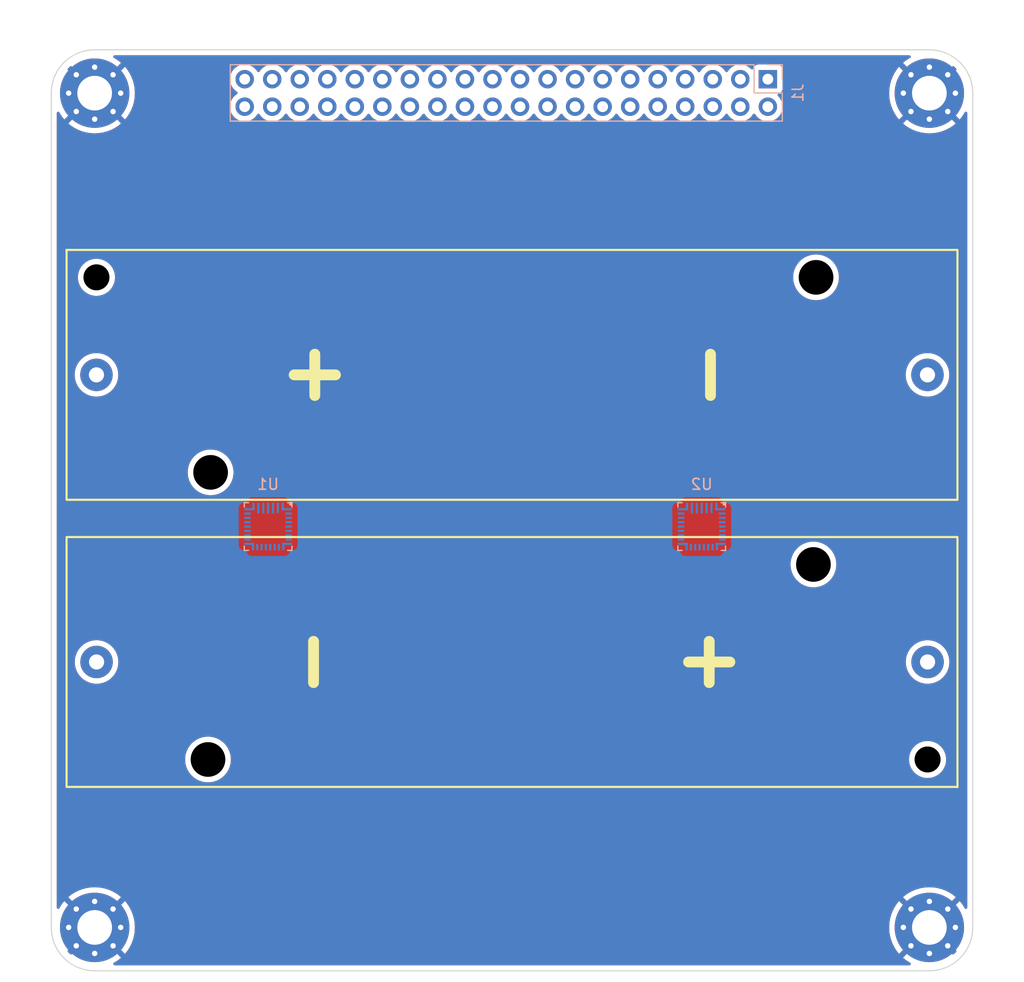
<source format=kicad_pcb>
(kicad_pcb (version 20210623) (generator pcbnew)

  (general
    (thickness 1.6)
  )

  (paper "A4")
  (title_block
    (title "BUTCube - EPS")
    (date "2021-08-20")
    (rev "v1.0")
    (company "VUT - FIT(STRaDe) & FME(IAE & IPE)")
    (comment 1 "Author: Petr Malaník")
  )

  (layers
    (0 "F.Cu" signal)
    (31 "B.Cu" signal)
    (32 "B.Adhes" user "B.Adhesive")
    (33 "F.Adhes" user "F.Adhesive")
    (34 "B.Paste" user)
    (35 "F.Paste" user)
    (36 "B.SilkS" user "B.Silkscreen")
    (37 "F.SilkS" user "F.Silkscreen")
    (38 "B.Mask" user)
    (39 "F.Mask" user)
    (40 "Dwgs.User" user "User.Drawings")
    (41 "Cmts.User" user "User.Comments")
    (42 "Eco1.User" user "User.Eco1")
    (43 "Eco2.User" user "User.Eco2")
    (44 "Edge.Cuts" user)
    (45 "Margin" user)
    (46 "B.CrtYd" user "B.Courtyard")
    (47 "F.CrtYd" user "F.Courtyard")
    (48 "B.Fab" user)
    (49 "F.Fab" user)
    (50 "User.1" user)
    (51 "User.2" user)
    (52 "User.3" user)
    (53 "User.4" user)
    (54 "User.5" user)
    (55 "User.6" user)
    (56 "User.7" user)
    (57 "User.8" user)
    (58 "User.9" user)
  )

  (setup
    (pad_to_mask_clearance 0)
    (pcbplotparams
      (layerselection 0x00010fc_ffffffff)
      (disableapertmacros false)
      (usegerberextensions false)
      (usegerberattributes true)
      (usegerberadvancedattributes true)
      (creategerberjobfile true)
      (svguseinch false)
      (svgprecision 6)
      (excludeedgelayer true)
      (plotframeref false)
      (viasonmask false)
      (mode 1)
      (useauxorigin false)
      (hpglpennumber 1)
      (hpglpenspeed 20)
      (hpglpendiameter 15.000000)
      (dxfpolygonmode true)
      (dxfimperialunits true)
      (dxfusepcbnewfont true)
      (psnegative false)
      (psa4output false)
      (plotreference true)
      (plotvalue true)
      (plotinvisibletext false)
      (sketchpadsonfab false)
      (subtractmaskfromsilk false)
      (outputformat 1)
      (mirror false)
      (drillshape 1)
      (scaleselection 1)
      (outputdirectory "")
    )
  )

  (net 0 "")
  (net 1 "unconnected-(U1-Pad1)")
  (net 2 "VBUS")
  (net 3 "unconnected-(U1-Pad9)")
  (net 4 "unconnected-(U1-Pad16)")
  (net 5 "BAT")
  (net 6 "unconnected-(U1-Pad24)")
  (net 7 "unconnected-(U2-Pad1)")
  (net 8 "unconnected-(U2-Pad9)")
  (net 9 "unconnected-(U2-Pad16)")
  (net 10 "unconnected-(U2-Pad24)")
  (net 11 "GND")
  (net 12 "unconnected-(U4-Pad1)")
  (net 13 "unconnected-(U4-Pad2)")

  (footprint "MountingHole:MountingHole_3.2mm_M3_Pad_Via" (layer "F.Cu") (at 89 125))

  (footprint "TCY_connectors:Keystone_1121" (layer "F.Cu") (at 89.1655 65 -90))

  (footprint "TCY_connectors:Keystone_1121" (layer "F.Cu") (at 165.8345 109.5 90))

  (footprint "MountingHole:MountingHole_3.2mm_M3_Pad_Via" (layer "F.Cu") (at 166 48))

  (footprint "MountingHole:MountingHole_3.2mm_M3_Pad_Via" (layer "F.Cu") (at 89 48))

  (footprint "MountingHole:MountingHole_3.2mm_M3_Pad_Via" (layer "F.Cu") (at 166 125))

  (footprint "Connector_PinSocket_2.54mm:PinSocket_2x20_P2.54mm_Vertical" (layer "B.Cu") (at 151.1 46.71 90))

  (footprint "TCY_IC:VQFN-HR_29(34)_4x4mm_P0.4mm" (layer "B.Cu") (at 105 88 180))

  (footprint "TCY_IC:VQFN-HR_29(34)_4x4mm_P0.4mm" (layer "B.Cu") (at 145 88 180))

  (gr_arc (start 89 125) (end 89 129) (angle 90) (layer "Edge.Cuts") (width 0.1) (tstamp 1758571d-9a36-4b42-a47f-2ee909aeab90))
  (gr_arc (start 166 125) (end 166 129) (angle -90) (layer "Edge.Cuts") (width 0.1) (tstamp 243a19e4-7aa2-4e59-a391-118d691c72d0))
  (gr_line (start 166 129) (end 89 129) (layer "Edge.Cuts") (width 0.1) (tstamp 2fe103e9-cb64-4da9-bc0e-80781c6bd26d))
  (gr_line (start 85 125) (end 85 48) (layer "Edge.Cuts") (width 0.1) (tstamp 44651c26-bad3-45ff-8a86-83d94f0e4d8b))
  (gr_arc (start 89 48) (end 85 48) (angle 90) (layer "Edge.Cuts") (width 0.1) (tstamp 84b5da0b-1607-4b38-9f8f-16e6bfa4707c))
  (gr_line (start 170 48) (end 170 125) (layer "Edge.Cuts") (width 0.1) (tstamp c8f9157f-903b-4ad2-87e9-d542724eb09d))
  (gr_arc (start 166 48) (end 170 48) (angle -90) (layer "Edge.Cuts") (width 0.1) (tstamp ce5af4b3-e9b8-4edf-9dd1-375e345a6fc5))
  (gr_line (start 89 44) (end 166 44) (layer "Edge.Cuts") (width 0.1) (tstamp f71eba5d-5aa7-479a-882a-ff574c18f7fd))

  (zone (net 11) (net_name "GND") (layers F&B.Cu) (tstamp 02b13037-d7f7-4975-b814-d4c02cc1a752) (hatch edge 0.508)
    (connect_pads (clearance 0.508))
    (min_thickness 0.254) (filled_areas_thickness no)
    (fill yes (thermal_gap 0.508) (thermal_bridge_width 0.508))
    (polygon
      (pts
        (xy 170 129)
        (xy 85 129)
        (xy 85 44)
        (xy 170 44)
      )
    )
    (filled_polygon
      (layer "F.Cu")
      (pts
        (xy 164.229352 44.528002)
        (xy 164.275845 44.581658)
        (xy 164.285949 44.651932)
        (xy 164.256455 44.716512)
        (xy 164.218434 44.746267)
        (xy 164.146441 44.782949)
        (xy 164.140731 44.786246)
        (xy 163.820328 44.994318)
        (xy 163.814977 44.998206)
        (xy 163.576232 45.191539)
        (xy 163.567764 45.203797)
        (xy 163.574097 45.214887)
        (xy 168.784247 50.425037)
        (xy 168.797323 50.432177)
        (xy 168.807692 50.424718)
        (xy 169.001794 50.185023)
        (xy 169.005682 50.179672)
        (xy 169.213754 49.859269)
        (xy 169.217051 49.853559)
        (xy 169.253733 49.781566)
        (xy 169.302482 49.729951)
        (xy 169.371396 49.712885)
        (xy 169.438598 49.735786)
        (xy 169.48275 49.791384)
        (xy 169.492 49.838769)
        (xy 169.492 123.161231)
        (xy 169.471998 123.229352)
        (xy 169.418342 123.275845)
        (xy 169.348068 123.285949)
        (xy 169.283488 123.256455)
        (xy 169.253733 123.218434)
        (xy 169.217051 123.146441)
        (xy 169.213754 123.140731)
        (xy 169.005682 122.820328)
        (xy 169.001794 122.814977)
        (xy 168.808461 122.576232)
        (xy 168.796203 122.567764)
        (xy 168.785113 122.574097)
        (xy 163.574963 127.784247)
        (xy 163.567823 127.797323)
        (xy 163.575282 127.807692)
        (xy 163.814977 128.001794)
        (xy 163.820328 128.005682)
        (xy 164.140731 128.213754)
        (xy 164.146441 128.217051)
        (xy 164.218434 128.253733)
        (xy 164.270049 128.302482)
        (xy 164.287115 128.371396)
        (xy 164.264214 128.438598)
        (xy 164.208616 128.48275)
        (xy 164.161231 128.492)
        (xy 90.838769 128.492)
        (xy 90.770648 128.471998)
        (xy 90.724155 128.418342)
        (xy 90.714051 128.348068)
        (xy 90.743545 128.283488)
        (xy 90.781566 128.253733)
        (xy 90.853559 128.217051)
        (xy 90.859269 128.213754)
        (xy 91.179672 128.005682)
        (xy 91.185023 128.001794)
        (xy 91.423768 127.808461)
        (xy 91.432236 127.796203)
        (xy 91.425903 127.785113)
        (xy 88.641922 125.001132)
        (xy 89.364408 125.001132)
        (xy 89.364539 125.002965)
        (xy 89.36879 125.00958)
        (xy 91.784247 127.425037)
        (xy 91.797323 127.432177)
        (xy 91.807692 127.424718)
        (xy 92.001794 127.185023)
        (xy 92.005682 127.179672)
        (xy 92.213754 126.859269)
        (xy 92.217051 126.853559)
        (xy 92.390496 126.513153)
        (xy 92.393178 126.507128)
        (xy 92.530087 126.15047)
        (xy 92.532128 126.144188)
        (xy 92.631007 125.775165)
        (xy 92.632378 125.768715)
        (xy 92.692146 125.391362)
        (xy 92.692832 125.384824)
        (xy 92.712827 125.003301)
        (xy 92.712827 124.996699)
        (xy 162.287173 124.996699)
        (xy 162.287173 125.003301)
        (xy 162.307168 125.384824)
        (xy 162.307854 125.391362)
        (xy 162.367622 125.768715)
        (xy 162.368993 125.775165)
        (xy 162.467872 126.144188)
        (xy 162.469913 126.15047)
        (xy 162.606822 126.507128)
        (xy 162.609504 126.513153)
        (xy 162.782949 126.853559)
        (xy 162.786246 126.859269)
        (xy 162.994318 127.179672)
        (xy 162.998206 127.185023)
        (xy 163.191539 127.423768)
        (xy 163.203797 127.432236)
        (xy 163.214887 127.425903)
        (xy 165.627978 125.012812)
        (xy 165.635592 124.998868)
        (xy 165.635461 124.997035)
        (xy 165.63121 124.99042)
        (xy 163.215753 122.574963)
        (xy 163.202677 122.567823)
        (xy 163.192308 122.575282)
        (xy 162.998206 122.814977)
        (xy 162.994318 122.820328)
        (xy 162.786246 123.140731)
        (xy 162.782949 123.146441)
        (xy 162.609504 123.486847)
        (xy 162.606822 123.492872)
        (xy 162.469913 123.84953)
        (xy 162.467872 123.855812)
        (xy 162.368993 124.224835)
        (xy 162.367622 124.231285)
        (xy 162.307854 124.608638)
        (xy 162.307168 124.615176)
        (xy 162.287173 124.996699)
        (xy 92.712827 124.996699)
        (xy 92.692832 124.615176)
        (xy 92.692146 124.608638)
        (xy 92.632378 124.231285)
        (xy 92.631007 124.224835)
        (xy 92.532128 123.855812)
        (xy 92.530087 123.84953)
        (xy 92.393178 123.492872)
        (xy 92.390496 123.486847)
        (xy 92.217051 123.146441)
        (xy 92.213754 123.140731)
        (xy 92.005682 122.820328)
        (xy 92.001794 122.814977)
        (xy 91.808461 122.576232)
        (xy 91.796203 122.567764)
        (xy 91.785113 122.574097)
        (xy 89.372022 124.987188)
        (xy 89.364408 125.001132)
        (xy 88.641922 125.001132)
        (xy 86.215753 122.574963)
        (xy 86.202677 122.567823)
        (xy 86.192308 122.575282)
        (xy 85.998206 122.814977)
        (xy 85.994318 122.820328)
        (xy 85.786246 123.140731)
        (xy 85.782949 123.146441)
        (xy 85.746267 123.218434)
        (xy 85.697518 123.270049)
        (xy 85.628604 123.287115)
        (xy 85.561402 123.264214)
        (xy 85.51725 123.208616)
        (xy 85.508 123.161231)
        (xy 85.508 122.203797)
        (xy 86.567764 122.203797)
        (xy 86.574097 122.214887)
        (xy 88.987188 124.627978)
        (xy 89.001132 124.635592)
        (xy 89.002965 124.635461)
        (xy 89.00958 124.63121)
        (xy 91.425037 122.215753)
        (xy 91.431565 122.203797)
        (xy 163.567764 122.203797)
        (xy 163.574097 122.214887)
        (xy 165.987188 124.627978)
        (xy 166.001132 124.635592)
        (xy 166.002965 124.635461)
        (xy 166.00958 124.63121)
        (xy 168.425037 122.215753)
        (xy 168.432177 122.202677)
        (xy 168.424718 122.192308)
        (xy 168.185023 121.998206)
        (xy 168.179672 121.994318)
        (xy 167.859269 121.786246)
        (xy 167.853559 121.782949)
        (xy 167.513153 121.609504)
        (xy 167.507128 121.606822)
        (xy 167.15047 121.469913)
        (xy 167.144188 121.467872)
        (xy 166.775165 121.368993)
        (xy 166.768715 121.367622)
        (xy 166.391362 121.307854)
        (xy 166.384824 121.307168)
        (xy 166.003301 121.287173)
        (xy 165.996699 121.287173)
        (xy 165.615176 121.307168)
        (xy 165.608638 121.307854)
        (xy 165.231285 121.367622)
        (xy 165.224835 121.368993)
        (xy 164.855812 121.467872)
        (xy 164.84953 121.469913)
        (xy 164.492872 121.606822)
        (xy 164.486847 121.609504)
        (xy 164.146441 121.782949)
        (xy 164.140731 121.786246)
        (xy 163.820328 121.994318)
        (xy 163.814977 121.998206)
        (xy 163.576232 122.191539)
        (xy 163.567764 122.203797)
        (xy 91.431565 122.203797)
        (xy 91.432177 122.202677)
        (xy 91.424718 122.192308)
        (xy 91.185023 121.998206)
        (xy 91.179672 121.994318)
        (xy 90.859269 121.786246)
        (xy 90.853559 121.782949)
        (xy 90.513153 121.609504)
        (xy 90.507128 121.606822)
        (xy 90.15047 121.469913)
        (xy 90.144188 121.467872)
        (xy 89.775165 121.368993)
        (xy 89.768715 121.367622)
        (xy 89.391362 121.307854)
        (xy 89.384824 121.307168)
        (xy 89.003301 121.287173)
        (xy 88.996699 121.287173)
        (xy 88.615176 121.307168)
        (xy 88.608638 121.307854)
        (xy 88.231285 121.367622)
        (xy 88.224835 121.368993)
        (xy 87.855812 121.467872)
        (xy 87.84953 121.469913)
        (xy 87.492872 121.606822)
        (xy 87.486847 121.609504)
        (xy 87.146441 121.782949)
        (xy 87.140731 121.786246)
        (xy 86.820328 121.994318)
        (xy 86.814977 121.998206)
        (xy 86.576232 122.191539)
        (xy 86.567764 122.203797)
        (xy 85.508 122.203797)
        (xy 85.508 109.632708)
        (xy 97.345171 109.632708)
        (xy 97.382697 109.917749)
        (xy 97.38383 109.921889)
        (xy 97.38383 109.921891)
        (xy 97.457427 110.190915)
        (xy 97.458561 110.19506)
        (xy 97.460246 110.19901)
        (xy 97.569676 110.455567)
        (xy 97.56968 110.455574)
        (xy 97.571358 110.459509)
        (xy 97.573561 110.46319)
        (xy 97.660807 110.608967)
        (xy 97.719001 110.706203)
        (xy 97.721679 110.709546)
        (xy 97.721682 110.70955)
        (xy 97.745579 110.739378)
        (xy 97.898759 110.930577)
        (xy 97.901861 110.933521)
        (xy 97.901865 110.933525)
        (xy 98.104195 111.12553)
        (xy 98.107304 111.12848)
        (xy 98.340779 111.296248)
        (xy 98.594862 111.430778)
        (xy 98.864852 111.529581)
        (xy 99.145754 111.590827)
        (xy 99.174343 111.593077)
        (xy 99.367854 111.608307)
        (xy 99.367863 111.608307)
        (xy 99.370311 111.6085)
        (xy 99.527844 111.6085)
        (xy 99.52998 111.608354)
        (xy 99.529991 111.608354)
        (xy 99.737058 111.594238)
        (xy 99.737064 111.594237)
        (xy 99.741335 111.593946)
        (xy 99.74553 111.593077)
        (xy 99.745532 111.593077)
        (xy 99.882099 111.564795)
        (xy 100.022862 111.535644)
        (xy 100.293872 111.439674)
        (xy 100.54935 111.307812)
        (xy 100.784569 111.142498)
        (xy 100.987663 110.953771)
        (xy 100.992032 110.949711)
        (xy 100.992034 110.949708)
        (xy 100.995175 110.94679)
        (xy 100.997892 110.943471)
        (xy 101.174558 110.727629)
        (xy 101.174563 110.727622)
        (xy 101.177273 110.724311)
        (xy 101.327491 110.479176)
        (xy 101.329219 110.47524)
        (xy 101.441328 110.219851)
        (xy 101.441329 110.219847)
        (xy 101.443052 110.215923)
        (xy 101.521815 109.939421)
        (xy 101.562324 109.654789)
        (xy 101.563604 109.410322)
        (xy 164.123348 109.410322)
        (xy 164.129472 109.670184)
        (xy 164.130306 109.674889)
        (xy 164.173348 109.917749)
        (xy 164.174833 109.92613)
        (xy 164.258386 110.17227)
        (xy 164.378209 110.402939)
        (xy 164.531544 110.612829)
        (xy 164.534918 110.616221)
        (xy 164.53492 110.616223)
        (xy 164.711488 110.793718)
        (xy 164.711493 110.793722)
        (xy 164.714864 110.797111)
        (xy 164.819406 110.874327)
        (xy 164.920098 110.948699)
        (xy 164.920101 110.948701)
        (xy 164.923949 110.951543)
        (xy 165.153987 111.072573)
        (xy 165.399686 111.157413)
        (xy 165.568801 111.188299)
        (xy 165.600822 111.194147)
        (xy 165.65539 111.204113)
        (xy 165.739097 111.2085)
        (xy 165.90023 111.2085)
        (xy 165.902609 111.208319)
        (xy 165.90261 111.208319)
        (xy 166.088918 111.194147)
        (xy 166.088923 111.194146)
        (xy 166.093685 111.193784)
        (xy 166.098339 111.192705)
        (xy 166.098341 111.192705)
        (xy 166.342242 111.136172)
        (xy 166.342241 111.136172)
        (xy 166.346906 111.135091)
        (xy 166.588336 111.03877)
        (xy 166.812418 110.907039)
        (xy 166.816129 110.904018)
        (xy 166.816133 110.904015)
        (xy 167.010284 110.745951)
        (xy 167.013996 110.742929)
        (xy 167.188431 110.550216)
        (xy 167.331709 110.333336)
        (xy 167.384027 110.219851)
        (xy 167.438527 110.10163)
        (xy 167.438528 110.101627)
        (xy 167.440533 110.097278)
        (xy 167.485947 109.939421)
        (xy 167.511077 109.852069)
        (xy 167.511078 109.852065)
        (xy 167.512398 109.847476)
        (xy 167.534661 109.674889)
        (xy 167.545041 109.594415)
        (xy 167.545652 109.589678)
        (xy 167.539528 109.329816)
        (xy 167.496407 109.086507)
        (xy 167.495001 109.078574)
        (xy 167.495 109.07857)
        (xy 167.494167 109.07387)
        (xy 167.410614 108.82773)
        (xy 167.290791 108.597061)
        (xy 167.137456 108.387171)
        (xy 167.13408 108.383777)
        (xy 166.957512 108.206282)
        (xy 166.957507 108.206278)
        (xy 166.954136 108.202889)
        (xy 166.75598 108.056529)
        (xy 166.748902 108.051301)
        (xy 166.748899 108.051299)
        (xy 166.745051 108.048457)
        (xy 166.515013 107.927427)
        (xy 166.269314 107.842587)
        (xy 166.070166 107.806216)
        (xy 166.01758 107.796612)
        (xy 166.017579 107.796612)
        (xy 166.01361 107.795887)
        (xy 165.929903 107.7915)
        (xy 165.76877 107.7915)
        (xy 165.766391 107.791681)
        (xy 165.76639 107.791681)
        (xy 165.580082 107.805853)
        (xy 165.580077 107.805854)
        (xy 165.575315 107.806216)
        (xy 165.570661 107.807295)
        (xy 165.570659 107.807295)
        (xy 165.422104 107.841728)
        (xy 165.322094 107.864909)
        (xy 165.080664 107.96123)
        (xy 164.856582 108.092961)
        (xy 164.852871 108.095982)
        (xy 164.852867 108.095985)
        (xy 164.721556 108.202889)
        (xy 164.655004 108.257071)
        (xy 164.480569 108.449784)
        (xy 164.337291 108.666664)
        (xy 164.33529 108.671004)
        (xy 164.335288 108.671008)
        (xy 164.260951 108.832258)
        (xy 164.228467 108.902722)
        (xy 164.227143 108.907323)
        (xy 164.227143 108.907324)
        (xy 164.176819 109.082251)
        (xy 164.156602 109.152524)
        (xy 164.155991 109.157259)
        (xy 164.15599 109.157265)
        (xy 164.123959 109.405585)
        (xy 164.123348 109.410322)
        (xy 101.563604 109.410322)
        (xy 101.563829 109.367292)
        (xy 101.526303 109.082251)
        (xy 101.522772 109.069342)
        (xy 101.451573 108.809085)
        (xy 101.451573 108.809084)
        (xy 101.450439 108.80494)
        (xy 101.393312 108.671008)
        (xy 101.339324 108.544433)
        (xy 101.33932 108.544426)
        (xy 101.337642 108.540491)
        (xy 101.32368 108.517162)
        (xy 101.192203 108.297479)
        (xy 101.1922 108.297475)
        (xy 101.189999 108.293797)
        (xy 101.17842 108.279343)
        (xy 101.031521 108.095985)
        (xy 101.010241 108.069423)
        (xy 101.007139 108.066479)
        (xy 101.007135 108.066475)
        (xy 100.804805 107.87447)
        (xy 100.804802 107.874468)
        (xy 100.801696 107.87152)
        (xy 100.568221 107.703752)
        (xy 100.314138 107.569222)
        (xy 100.044148 107.470419)
        (xy 99.763246 107.409173)
        (xy 99.719905 107.405762)
        (xy 99.541146 107.391693)
        (xy 99.541137 107.391693)
        (xy 99.538689 107.3915)
        (xy 99.381156 107.3915)
        (xy 99.37902 107.391646)
        (xy 99.379009 107.391646)
        (xy 99.171942 107.405762)
        (xy 99.171936 107.405763)
        (xy 99.167665 107.406054)
        (xy 99.16347 107.406923)
        (xy 99.163468 107.406923)
        (xy 99.148195 107.410086)
        (xy 98.886138 107.464356)
        (xy 98.615128 107.560326)
        (xy 98.35965 107.692188)
        (xy 98.124431 107.857502)
        (xy 98.121286 107.860425)
        (xy 98.121283 107.860427)
        (xy 97.91894 108.048457)
        (xy 97.913825 108.05321)
        (xy 97.911111 108.056526)
        (xy 97.911108 108.056529)
        (xy 97.734442 108.272371)
        (xy 97.734437 108.272378)
        (xy 97.731727 108.275689)
        (xy 97.581509 108.520824)
        (xy 97.579782 108.524758)
        (xy 97.579781 108.52476)
        (xy 97.549737 108.593203)
        (xy 97.465948 108.784077)
        (xy 97.387185 109.060579)
        (xy 97.346676 109.345211)
        (xy 97.345171 109.632708)
        (xy 85.508 109.632708)
        (xy 85.508 100.478915)
        (xy 87.16111 100.478915)
        (xy 87.176877 100.752358)
        (xy 87.177702 100.756563)
        (xy 87.177703 100.756571)
        (xy 87.188324 100.810705)
        (xy 87.229608 101.021132)
        (xy 87.318329 101.280263)
        (xy 87.441396 101.524955)
        (xy 87.596533 101.750681)
        (xy 87.78087 101.953264)
        (xy 87.784159 101.956014)
        (xy 87.987702 102.126204)
        (xy 87.987707 102.126208)
        (xy 87.990994 102.128956)
        (xy 88.052421 102.167489)
        (xy 88.219379 102.272222)
        (xy 88.219383 102.272224)
        (xy 88.223019 102.274505)
        (xy 88.47265 102.387217)
        (xy 88.47677 102.388437)
        (xy 88.476769 102.388437)
        (xy 88.731156 102.46379)
        (xy 88.73116 102.463791)
        (xy 88.735269 102.465008)
        (xy 88.739503 102.465656)
        (xy 88.739508 102.465657)
        (xy 88.977263 102.502038)
        (xy 89.006015 102.506438)
        (xy 89.145376 102.508628)
        (xy 89.275587 102.510674)
        (xy 89.275593 102.510674)
        (xy 89.279878 102.510741)
        (xy 89.28413 102.510226)
        (xy 89.284138 102.510226)
        (xy 89.494261 102.484797)
        (xy 89.551792 102.477835)
        (xy 89.555941 102.476747)
        (xy 89.555944 102.476746)
        (xy 89.812574 102.409421)
        (xy 89.816725 102.408332)
        (xy 89.820685 102.406692)
        (xy 89.82069 102.40669)
        (xy 89.943249 102.355924)
        (xy 90.069773 102.303516)
        (xy 90.306255 102.165327)
        (xy 90.309621 102.162688)
        (xy 90.309628 102.162683)
        (xy 90.518422 101.998966)
        (xy 90.521794 101.996322)
        (xy 90.712403 101.799629)
        (xy 90.714936 101.796181)
        (xy 90.71494 101.796176)
        (xy 90.872016 101.582342)
        (xy 90.874554 101.578887)
        (xy 90.8766 101.575119)
        (xy 91.003197 101.341957)
        (xy 91.003198 101.341955)
        (xy 91.005247 101.338181)
        (xy 91.102063 101.081966)
        (xy 91.16321 100.814981)
        (xy 91.187558 100.542168)
        (xy 91.188 100.5)
        (xy 91.187831 100.497519)
        (xy 91.186563 100.478915)
        (xy 163.82111 100.478915)
        (xy 163.836877 100.752358)
        (xy 163.837702 100.756563)
        (xy 163.837703 100.756571)
        (xy 163.848324 100.810705)
        (xy 163.889608 101.021132)
        (xy 163.978329 101.280263)
        (xy 164.101396 101.524955)
        (xy 164.256533 101.750681)
        (xy 164.44087 101.953264)
        (xy 164.444159 101.956014)
        (xy 164.647702 102.126204)
        (xy 164.647707 102.126208)
        (xy 164.650994 102.128956)
        (xy 164.712421 102.167489)
        (xy 164.879379 102.272222)
        (xy 164.879383 102.272224)
        (xy 164.883019 102.274505)
        (xy 165.13265 102.387217)
        (xy 165.13677 102.388437)
        (xy 165.136769 102.388437)
        (xy 165.391156 102.46379)
        (xy 165.39116 102.463791)
        (xy 165.395269 102.465008)
        (xy 165.399503 102.465656)
        (xy 165.399508 102.465657)
        (xy 165.637263 102.502038)
        (xy 165.666015 102.506438)
        (xy 165.805376 102.508628)
        (xy 165.935587 102.510674)
        (xy 165.935593 102.510674)
        (xy 165.939878 102.510741)
        (xy 165.94413 102.510226)
        (xy 165.944138 102.510226)
        (xy 166.154261 102.484797)
        (xy 166.211792 102.477835)
        (xy 166.215941 102.476747)
        (xy 166.215944 102.476746)
        (xy 166.472574 102.409421)
        (xy 166.476725 102.408332)
        (xy 166.480685 102.406692)
        (xy 166.48069 102.40669)
        (xy 166.603249 102.355924)
        (xy 166.729773 102.303516)
        (xy 166.966255 102.165327)
        (xy 166.969621 102.162688)
        (xy 166.969628 102.162683)
        (xy 167.178422 101.998966)
        (xy 167.181794 101.996322)
        (xy 167.372403 101.799629)
        (xy 167.374936 101.796181)
        (xy 167.37494 101.796176)
        (xy 167.532016 101.582342)
        (xy 167.534554 101.578887)
        (xy 167.5366 101.575119)
        (xy 167.663197 101.341957)
        (xy 167.663198 101.341955)
        (xy 167.665247 101.338181)
        (xy 167.762063 101.081966)
        (xy 167.82321 100.814981)
        (xy 167.847558 100.542168)
        (xy 167.848 100.5)
        (xy 167.847831 100.497519)
        (xy 167.829663 100.231014)
        (xy 167.829662 100.231008)
        (xy 167.829371 100.226737)
        (xy 167.773828 99.95853)
        (xy 167.682399 99.700343)
        (xy 167.556776 99.456953)
        (xy 167.399283 99.232863)
        (xy 167.212836 99.032222)
        (xy 167.209521 99.029508)
        (xy 167.209517 99.029505)
        (xy 167.004201 98.861456)
        (xy 167.000883 98.85874)
        (xy 166.767347 98.715629)
        (xy 166.76343 98.71391)
        (xy 166.763427 98.713908)
        (xy 166.652852 98.665369)
        (xy 166.516549 98.605537)
        (xy 166.512421 98.604361)
        (xy 166.512418 98.60436)
        (xy 166.430937 98.58115)
        (xy 166.25313 98.5305)
        (xy 166.248888 98.529896)
        (xy 166.248882 98.529895)
        (xy 165.986216 98.492512)
        (xy 165.981965 98.491907)
        (xy 165.83756 98.491151)
        (xy 165.712357 98.490495)
        (xy 165.712351 98.490495)
        (xy 165.708071 98.490473)
        (xy 165.703827 98.491032)
        (xy 165.703823 98.491032)
        (xy 165.584362 98.50676)
        (xy 165.436517 98.526224)
        (xy 165.432377 98.527357)
        (xy 165.432375 98.527357)
        (xy 165.416584 98.531677)
        (xy 165.172327 98.598498)
        (xy 164.92039 98.705958)
        (xy 164.77868 98.79077)
        (xy 164.68905 98.844412)
        (xy 164.689046 98.844415)
        (xy 164.685368 98.846616)
        (xy 164.682025 98.849294)
        (xy 164.682021 98.849297)
        (xy 164.577835 98.932766)
        (xy 164.47161 99.017869)
        (xy 164.283072 99.216547)
        (xy 164.123241 99.438975)
        (xy 163.995076 99.681036)
        (xy 163.900949 99.938251)
        (xy 163.8426 100.205862)
        (xy 163.82111 100.478915)
        (xy 91.186563 100.478915)
        (xy 91.169663 100.231014)
        (xy 91.169662 100.231008)
        (xy 91.169371 100.226737)
        (xy 91.113828 99.95853)
        (xy 91.022399 99.700343)
        (xy 90.896776 99.456953)
        (xy 90.739283 99.232863)
        (xy 90.552836 99.032222)
        (xy 90.549521 99.029508)
        (xy 90.549517 99.029505)
        (xy 90.344201 98.861456)
        (xy 90.340883 98.85874)
        (xy 90.107347 98.715629)
        (xy 90.10343 98.71391)
        (xy 90.103427 98.713908)
        (xy 89.992852 98.665369)
        (xy 89.856549 98.605537)
        (xy 89.852421 98.604361)
        (xy 89.852418 98.60436)
        (xy 89.770937 98.58115)
        (xy 89.59313 98.5305)
        (xy 89.588888 98.529896)
        (xy 89.588882 98.529895)
        (xy 89.326216 98.492512)
        (xy 89.321965 98.491907)
        (xy 89.17756 98.491151)
        (xy 89.052357 98.490495)
        (xy 89.052351 98.490495)
        (xy 89.048071 98.490473)
        (xy 89.043827 98.491032)
        (xy 89.043823 98.491032)
        (xy 88.924362 98.50676)
        (xy 88.776517 98.526224)
        (xy 88.772377 98.527357)
        (xy 88.772375 98.527357)
        (xy 88.756584 98.531677)
        (xy 88.512327 98.598498)
        (xy 88.26039 98.705958)
        (xy 88.11868 98.79077)
        (xy 88.02905 98.844412)
        (xy 88.029046 98.844415)
        (xy 88.025368 98.846616)
        (xy 88.022025 98.849294)
        (xy 88.022021 98.849297)
        (xy 87.917835 98.932766)
        (xy 87.81161 99.017869)
        (xy 87.623072 99.216547)
        (xy 87.463241 99.438975)
        (xy 87.335076 99.681036)
        (xy 87.240949 99.938251)
        (xy 87.1826 100.205862)
        (xy 87.16111 100.478915)
        (xy 85.508 100.478915)
        (xy 85.508 91.632708)
        (xy 153.195171 91.632708)
        (xy 153.232697 91.917749)
        (xy 153.308561 92.19506)
        (xy 153.310246 92.19901)
        (xy 153.419676 92.455567)
        (xy 153.41968 92.455574)
        (xy 153.421358 92.459509)
        (xy 153.569001 92.706203)
        (xy 153.571679 92.709546)
        (xy 153.571682 92.70955)
        (xy 153.659431 92.819078)
        (xy 153.748759 92.930577)
        (xy 153.751861 92.933521)
        (xy 153.751865 92.933525)
        (xy 153.954195 93.12553)
        (xy 153.957304 93.12848)
        (xy 154.190779 93.296248)
        (xy 154.444862 93.430778)
        (xy 154.714852 93.529581)
        (xy 154.995754 93.590827)
        (xy 155.024343 93.593077)
        (xy 155.217854 93.608307)
        (xy 155.217863 93.608307)
        (xy 155.220311 93.6085)
        (xy 155.377844 93.6085)
        (xy 155.37998 93.608354)
        (xy 155.379991 93.608354)
        (xy 155.587058 93.594238)
        (xy 155.587064 93.594237)
        (xy 155.591335 93.593946)
        (xy 155.59553 93.593077)
        (xy 155.595532 93.593077)
        (xy 155.732099 93.564795)
        (xy 155.872862 93.535644)
        (xy 156.143872 93.439674)
        (xy 156.39935 93.307812)
        (xy 156.634569 93.142498)
        (xy 156.845175 92.94679)
        (xy 156.847892 92.943471)
        (xy 157.024558 92.727629)
        (xy 157.024563 92.727622)
        (xy 157.027273 92.724311)
        (xy 157.177491 92.479176)
        (xy 157.179219 92.47524)
        (xy 157.291328 92.219851)
        (xy 157.291329 92.219847)
        (xy 157.293052 92.215923)
        (xy 157.371815 91.939421)
        (xy 157.412324 91.654789)
        (xy 157.413829 91.367292)
        (xy 157.376303 91.082251)
        (xy 157.300439 90.80494)
        (xy 157.273018 90.740652)
        (xy 157.189324 90.544433)
        (xy 157.18932 90.544426)
        (xy 157.187642 90.540491)
        (xy 157.039999 90.293797)
        (xy 157.02842 90.279343)
        (xy 156.862918 90.072765)
        (xy 156.860241 90.069423)
        (xy 156.857139 90.066479)
        (xy 156.857135 90.066475)
        (xy 156.654805 89.87447)
        (xy 156.654802 89.874468)
        (xy 156.651696 89.87152)
        (xy 156.418221 89.703752)
        (xy 156.164138 89.569222)
        (xy 155.894148 89.470419)
        (xy 155.613246 89.409173)
        (xy 155.569905 89.405762)
        (xy 155.391146 89.391693)
        (xy 155.391137 89.391693)
        (xy 155.388689 89.3915)
        (xy 155.231156 89.3915)
        (xy 155.22902 89.391646)
        (xy 155.229009 89.391646)
        (xy 155.021942 89.405762)
        (xy 155.021936 89.405763)
        (xy 155.017665 89.406054)
        (xy 155.01347 89.406923)
        (xy 155.013468 89.406923)
        (xy 154.998195 89.410086)
        (xy 154.736138 89.464356)
        (xy 154.465128 89.560326)
        (xy 154.20965 89.692188)
        (xy 153.974431 89.857502)
        (xy 153.763825 90.05321)
        (xy 153.761111 90.056526)
        (xy 153.761108 90.056529)
        (xy 153.584442 90.272371)
        (xy 153.584437 90.272378)
        (xy 153.581727 90.275689)
        (xy 153.431509 90.520824)
        (xy 153.429782 90.524758)
        (xy 153.429781 90.52476)
        (xy 153.424492 90.53681)
        (xy 153.315948 90.784077)
        (xy 153.237185 91.060579)
        (xy 153.196676 91.345211)
        (xy 153.195171 91.632708)
        (xy 85.508 91.632708)
        (xy 85.508 83.132708)
        (xy 97.586171 83.132708)
        (xy 97.623697 83.417749)
        (xy 97.699561 83.69506)
        (xy 97.701246 83.69901)
        (xy 97.810676 83.955567)
        (xy 97.81068 83.955574)
        (xy 97.812358 83.959509)
        (xy 97.960001 84.206203)
        (xy 97.962679 84.209546)
        (xy 97.962682 84.20955)
        (xy 98.050431 84.319078)
        (xy 98.139759 84.430577)
        (xy 98.142861 84.433521)
        (xy 98.142865 84.433525)
        (xy 98.345195 84.62553)
        (xy 98.348304 84.62848)
        (xy 98.581779 84.796248)
        (xy 98.835862 84.930778)
        (xy 99.105852 85.029581)
        (xy 99.386754 85.090827)
        (xy 99.415343 85.093077)
        (xy 99.608854 85.108307)
        (xy 99.608863 85.108307)
        (xy 99.611311 85.1085)
        (xy 99.768844 85.1085)
        (xy 99.77098 85.108354)
        (xy 99.770991 85.108354)
        (xy 99.978058 85.094238)
        (xy 99.978064 85.094237)
        (xy 99.982335 85.093946)
        (xy 99.98653 85.093077)
        (xy 99.986532 85.093077)
        (xy 100.123099 85.064795)
        (xy 100.263862 85.035644)
        (xy 100.534872 84.939674)
        (xy 100.79035 84.807812)
        (xy 101.025569 84.642498)
        (xy 101.236175 84.44679)
        (xy 101.238892 84.443471)
        (xy 101.415558 84.227629)
        (xy 101.415563 84.227622)
        (xy 101.418273 84.224311)
        (xy 101.568491 83.979176)
        (xy 101.570219 83.97524)
        (xy 101.682328 83.719851)
        (xy 101.682329 83.719847)
        (xy 101.684052 83.715923)
        (xy 101.762815 83.439421)
        (xy 101.803324 83.154789)
        (xy 101.804829 82.867292)
        (xy 101.767303 82.582251)
        (xy 101.691439 82.30494)
        (xy 101.664018 82.240652)
        (xy 101.580324 82.044433)
        (xy 101.58032 82.044426)
        (xy 101.578642 82.040491)
        (xy 101.430999 81.793797)
        (xy 101.41942 81.779343)
        (xy 101.253918 81.572765)
        (xy 101.251241 81.569423)
        (xy 101.248139 81.566479)
        (xy 101.248135 81.566475)
        (xy 101.045805 81.37447)
        (xy 101.045802 81.374468)
        (xy 101.042696 81.37152)
        (xy 100.809221 81.203752)
        (xy 100.555138 81.069222)
        (xy 100.285148 80.970419)
        (xy 100.004246 80.909173)
        (xy 99.960905 80.905762)
        (xy 99.782146 80.891693)
        (xy 99.782137 80.891693)
        (xy 99.779689 80.8915)
        (xy 99.622156 80.8915)
        (xy 99.62002 80.891646)
        (xy 99.620009 80.891646)
        (xy 99.412942 80.905762)
        (xy 99.412936 80.905763)
        (xy 99.408665 80.906054)
        (xy 99.40447 80.906923)
        (xy 99.404468 80.906923)
        (xy 99.389195 80.910086)
        (xy 99.127138 80.964356)
        (xy 98.856128 81.060326)
        (xy 98.60065 81.192188)
        (xy 98.365431 81.357502)
        (xy 98.154825 81.55321)
        (xy 98.152111 81.556526)
        (xy 98.152108 81.556529)
        (xy 97.975442 81.772371)
        (xy 97.975437 81.772378)
        (xy 97.972727 81.775689)
        (xy 97.822509 82.020824)
        (xy 97.820782 82.024758)
        (xy 97.820781 82.02476)
        (xy 97.815492 82.03681)
        (xy 97.706948 82.284077)
        (xy 97.628185 82.560579)
        (xy 97.587676 82.845211)
        (xy 97.586171 83.132708)
        (xy 85.508 83.132708)
        (xy 85.508 73.978915)
        (xy 87.15211 73.978915)
        (xy 87.167877 74.252358)
        (xy 87.168702 74.256563)
        (xy 87.168703 74.256571)
        (xy 87.179324 74.310705)
        (xy 87.220608 74.521132)
        (xy 87.309329 74.780263)
        (xy 87.432396 75.024955)
        (xy 87.587533 75.250681)
        (xy 87.77187 75.453264)
        (xy 87.775159 75.456014)
        (xy 87.978702 75.626204)
        (xy 87.978707 75.626208)
        (xy 87.981994 75.628956)
        (xy 88.043421 75.667489)
        (xy 88.210379 75.772222)
        (xy 88.210383 75.772224)
        (xy 88.214019 75.774505)
        (xy 88.46365 75.887217)
        (xy 88.46777 75.888437)
        (xy 88.467769 75.888437)
        (xy 88.722156 75.96379)
        (xy 88.72216 75.963791)
        (xy 88.726269 75.965008)
        (xy 88.730503 75.965656)
        (xy 88.730508 75.965657)
        (xy 88.968263 76.002038)
        (xy 88.997015 76.006438)
        (xy 89.136376 76.008628)
        (xy 89.266587 76.010674)
        (xy 89.266593 76.010674)
        (xy 89.270878 76.010741)
        (xy 89.27513 76.010226)
        (xy 89.275138 76.010226)
        (xy 89.485261 75.984797)
        (xy 89.542792 75.977835)
        (xy 89.546941 75.976747)
        (xy 89.546944 75.976746)
        (xy 89.803574 75.909421)
        (xy 89.807725 75.908332)
        (xy 89.811685 75.906692)
        (xy 89.81169 75.90669)
        (xy 89.934249 75.855924)
        (xy 90.060773 75.803516)
        (xy 90.297255 75.665327)
        (xy 90.300621 75.662688)
        (xy 90.300628 75.662683)
        (xy 90.509422 75.498966)
        (xy 90.512794 75.496322)
        (xy 90.703403 75.299629)
        (xy 90.705936 75.296181)
        (xy 90.70594 75.296176)
        (xy 90.863016 75.082342)
        (xy 90.865554 75.078887)
        (xy 90.8676 75.075119)
        (xy 90.994197 74.841957)
        (xy 90.994198 74.841955)
        (xy 90.996247 74.838181)
        (xy 91.093063 74.581966)
        (xy 91.15421 74.314981)
        (xy 91.178558 74.042168)
        (xy 91.179 74)
        (xy 91.178831 73.997519)
        (xy 91.177563 73.978915)
        (xy 163.81211 73.978915)
        (xy 163.827877 74.252358)
        (xy 163.828702 74.256563)
        (xy 163.828703 74.256571)
        (xy 163.839324 74.310705)
        (xy 163.880608 74.521132)
        (xy 163.969329 74.780263)
        (xy 164.092396 75.024955)
        (xy 164.247533 75.250681)
        (xy 164.43187 75.453264)
        (xy 164.435159 75.456014)
        (xy 164.638702 75.626204)
        (xy 164.638707 75.626208)
        (xy 164.641994 75.628956)
        (xy 164.703421 75.667489)
        (xy 164.870379 75.772222)
        (xy 164.870383 75.772224)
        (xy 164.874019 75.774505)
        (xy 165.12365 75.887217)
        (xy 165.12777 75.888437)
        (xy 165.127769 75.888437)
        (xy 165.382156 75.96379)
        (xy 165.38216 75.963791)
        (xy 165.386269 75.965008)
        (xy 165.390503 75.965656)
        (xy 165.390508 75.965657)
        (xy 165.628263 76.002038)
        (xy 165.657015 76.006438)
        (xy 165.796376 76.008628)
        (xy 165.926587 76.010674)
        (xy 165.926593 76.010674)
        (xy 165.930878 76.010741)
        (xy 165.93513 76.010226)
        (xy 165.935138 76.010226)
        (xy 166.145261 75.984797)
        (xy 166.202792 75.977835)
        (xy 166.206941 75.976747)
        (xy 166.206944 75.976746)
        (xy 166.463574 75.909421)
        (xy 166.467725 75.908332)
        (xy 166.471685 75.906692)
        (xy 166.47169 75.90669)
        (xy 166.594249 75.855924)
        (xy 166.720773 75.803516)
        (xy 166.957255 75.665327)
        (xy 166.960621 75.662688)
        (xy 166.960628 75.662683)
        (xy 167.169422 75.498966)
        (xy 167.172794 75.496322)
        (xy 167.363403 75.299629)
        (xy 167.365936 75.296181)
        (xy 167.36594 75.296176)
        (xy 167.523016 75.082342)
        (xy 167.525554 75.078887)
        (xy 167.5276 75.075119)
        (xy 167.654197 74.841957)
        (xy 167.654198 74.841955)
        (xy 167.656247 74.838181)
        (xy 167.753063 74.581966)
        (xy 167.81421 74.314981)
        (xy 167.838558 74.042168)
        (xy 167.839 74)
        (xy 167.838831 73.997519)
        (xy 167.820663 73.731014)
        (xy 167.820662 73.731008)
        (xy 167.820371 73.726737)
        (xy 167.764828 73.45853)
        (xy 167.673399 73.200343)
        (xy 167.547776 72.956953)
        (xy 167.390283 72.732863)
        (xy 167.203836 72.532222)
        (xy 167.200521 72.529508)
        (xy 167.200517 72.529505)
        (xy 166.995201 72.361456)
        (xy 166.991883 72.35874)
        (xy 166.758347 72.215629)
        (xy 166.75443 72.21391)
        (xy 166.754427 72.213908)
        (xy 166.643852 72.165369)
        (xy 166.507549 72.105537)
        (xy 166.503421 72.104361)
        (xy 166.503418 72.10436)
        (xy 166.421937 72.08115)
        (xy 166.24413 72.0305)
        (xy 166.239888 72.029896)
        (xy 166.239882 72.029895)
        (xy 165.977216 71.992512)
        (xy 165.972965 71.991907)
        (xy 165.82856 71.991151)
        (xy 165.703357 71.990495)
        (xy 165.703351 71.990495)
        (xy 165.699071 71.990473)
        (xy 165.694827 71.991032)
        (xy 165.694823 71.991032)
        (xy 165.575362 72.00676)
        (xy 165.427517 72.026224)
        (xy 165.423377 72.027357)
        (xy 165.423375 72.027357)
        (xy 165.407584 72.031677)
        (xy 165.163327 72.098498)
        (xy 164.91139 72.205958)
        (xy 164.76968 72.29077)
        (xy 164.68005 72.344412)
        (xy 164.680046 72.344415)
        (xy 164.676368 72.346616)
        (xy 164.673025 72.349294)
        (xy 164.673021 72.349297)
        (xy 164.568835 72.432766)
        (xy 164.46261 72.517869)
        (xy 164.274072 72.716547)
        (xy 164.114241 72.938975)
        (xy 163.986076 73.181036)
        (xy 163.891949 73.438251)
        (xy 163.8336 73.705862)
        (xy 163.81211 73.978915)
        (xy 91.177563 73.978915)
        (xy 91.160663 73.731014)
        (xy 91.160662 73.731008)
        (xy 91.160371 73.726737)
        (xy 91.104828 73.45853)
        (xy 91.013399 73.200343)
        (xy 90.887776 72.956953)
        (xy 90.730283 72.732863)
        (xy 90.543836 72.532222)
        (xy 90.540521 72.529508)
        (xy 90.540517 72.529505)
        (xy 90.335201 72.361456)
        (xy 90.331883 72.35874)
        (xy 90.098347 72.215629)
        (xy 90.09443 72.21391)
        (xy 90.094427 72.213908)
        (xy 89.983852 72.165369)
        (xy 89.847549 72.105537)
        (xy 89.843421 72.104361)
        (xy 89.843418 72.10436)
        (xy 89.761937 72.08115)
        (xy 89.58413 72.0305)
        (xy 89.579888 72.029896)
        (xy 89.579882 72.029895)
        (xy 89.317216 71.992512)
        (xy 89.312965 71.991907)
        (xy 89.16856 71.991151)
        (xy 89.043357 71.990495)
        (xy 89.043351 71.990495)
        (xy 89.039071 71.990473)
        (xy 89.034827 71.991032)
        (xy 89.034823 71.991032)
        (xy 88.915362 72.00676)
        (xy 88.767517 72.026224)
        (xy 88.763377 72.027357)
        (xy 88.763375 72.027357)
        (xy 88.747584 72.031677)
        (xy 88.503327 72.098498)
        (xy 88.25139 72.205958)
        (xy 88.10968 72.29077)
        (xy 88.02005 72.344412)
        (xy 88.020046 72.344415)
        (xy 88.016368 72.346616)
        (xy 88.013025 72.349294)
        (xy 88.013021 72.349297)
        (xy 87.908835 72.432766)
        (xy 87.80261 72.517869)
        (xy 87.614072 72.716547)
        (xy 87.454241 72.938975)
        (xy 87.326076 73.181036)
        (xy 87.231949 73.438251)
        (xy 87.1736 73.705862)
        (xy 87.15211 73.978915)
        (xy 85.508 73.978915)
        (xy 85.508 64.910322)
        (xy 87.454348 64.910322)
        (xy 87.460472 65.170184)
        (xy 87.461306 65.174889)
        (xy 87.504348 65.417749)
        (xy 87.505833 65.42613)
        (xy 87.589386 65.67227)
        (xy 87.709209 65.902939)
        (xy 87.862544 66.112829)
        (xy 87.865918 66.116221)
        (xy 87.86592 66.116223)
        (xy 88.042488 66.293718)
        (xy 88.042493 66.293722)
        (xy 88.045864 66.297111)
        (xy 88.150406 66.374327)
        (xy 88.251098 66.448699)
        (xy 88.251101 66.448701)
        (xy 88.254949 66.451543)
        (xy 88.484987 66.572573)
        (xy 88.730686 66.657413)
        (xy 88.899801 66.688299)
        (xy 88.931822 66.694147)
        (xy 88.98639 66.704113)
        (xy 89.070097 66.7085)
        (xy 89.23123 66.7085)
        (xy 89.233609 66.708319)
        (xy 89.23361 66.708319)
        (xy 89.419918 66.694147)
        (xy 89.419923 66.694146)
        (xy 89.424685 66.693784)
        (xy 89.429339 66.692705)
        (xy 89.429341 66.692705)
        (xy 89.673242 66.636172)
        (xy 89.673241 66.636172)
        (xy 89.677906 66.635091)
        (xy 89.919336 66.53877)
        (xy 90.143418 66.407039)
        (xy 90.147129 66.404018)
        (xy 90.147133 66.404015)
        (xy 90.341284 66.245951)
        (xy 90.344996 66.242929)
        (xy 90.519431 66.050216)
        (xy 90.662709 65.833336)
        (xy 90.715027 65.719851)
        (xy 90.769527 65.60163)
        (xy 90.769528 65.601627)
        (xy 90.771533 65.597278)
        (xy 90.816947 65.439421)
        (xy 90.842077 65.352069)
        (xy 90.842078 65.352065)
        (xy 90.843398 65.347476)
        (xy 90.865661 65.174889)
        (xy 90.871102 65.132708)
        (xy 153.436171 65.132708)
        (xy 153.473697 65.417749)
        (xy 153.47483 65.421889)
        (xy 153.47483 65.421891)
        (xy 153.548427 65.690915)
        (xy 153.549561 65.69506)
        (xy 153.551246 65.69901)
        (xy 153.660676 65.955567)
        (xy 153.66068 65.955574)
        (xy 153.662358 65.959509)
        (xy 153.664561 65.96319)
        (xy 153.751807 66.108967)
        (xy 153.810001 66.206203)
        (xy 153.812679 66.209546)
        (xy 153.812682 66.20955)
        (xy 153.836579 66.239378)
        (xy 153.989759 66.430577)
        (xy 153.992861 66.433521)
        (xy 153.992865 66.433525)
        (xy 154.195195 66.62553)
        (xy 154.198304 66.62848)
        (xy 154.431779 66.796248)
        (xy 154.685862 66.930778)
        (xy 154.955852 67.029581)
        (xy 155.236754 67.090827)
        (xy 155.265343 67.093077)
        (xy 155.458854 67.108307)
        (xy 155.458863 67.108307)
        (xy 155.461311 67.1085)
        (xy 155.618844 67.1085)
        (xy 155.62098 67.108354)
        (xy 155.620991 67.108354)
        (xy 155.828058 67.094238)
        (xy 155.828064 67.094237)
        (xy 155.832335 67.093946)
        (xy 155.83653 67.093077)
        (xy 155.836532 67.093077)
        (xy 155.973099 67.064795)
        (xy 156.113862 67.035644)
        (xy 156.384872 66.939674)
        (xy 156.64035 66.807812)
        (xy 156.875569 66.642498)
        (xy 157.078663 66.453771)
        (xy 157.083032 66.449711)
        (xy 157.083034 66.449708)
        (xy 157.086175 66.44679)
        (xy 157.088892 66.443471)
        (xy 157.265558 66.227629)
        (xy 157.265563 66.227622)
        (xy 157.268273 66.224311)
        (xy 157.418491 65.979176)
        (xy 157.420219 65.97524)
        (xy 157.532328 65.719851)
        (xy 157.532329 65.719847)
        (xy 157.534052 65.715923)
        (xy 157.612815 65.439421)
        (xy 157.653324 65.154789)
        (xy 157.654829 64.867292)
        (xy 157.617303 64.582251)
        (xy 157.613772 64.569342)
        (xy 157.542573 64.309085)
        (xy 157.542573 64.309084)
        (xy 157.541439 64.30494)
        (xy 157.484312 64.171008)
        (xy 157.430324 64.044433)
        (xy 157.43032 64.044426)
        (xy 157.428642 64.040491)
        (xy 157.41468 64.017162)
        (xy 157.283203 63.797479)
        (xy 157.2832 63.797475)
        (xy 157.280999 63.793797)
        (xy 157.26942 63.779343)
        (xy 157.122521 63.595985)
        (xy 157.101241 63.569423)
        (xy 157.098139 63.566479)
        (xy 157.098135 63.566475)
        (xy 156.895805 63.37447)
        (xy 156.895802 63.374468)
        (xy 156.892696 63.37152)
        (xy 156.659221 63.203752)
        (xy 156.405138 63.069222)
        (xy 156.135148 62.970419)
        (xy 155.854246 62.909173)
        (xy 155.810905 62.905762)
        (xy 155.632146 62.891693)
        (xy 155.632137 62.891693)
        (xy 155.629689 62.8915)
        (xy 155.472156 62.8915)
        (xy 155.47002 62.891646)
        (xy 155.470009 62.891646)
        (xy 155.262942 62.905762)
        (xy 155.262936 62.905763)
        (xy 155.258665 62.906054)
        (xy 155.25447 62.906923)
        (xy 155.254468 62.906923)
        (xy 155.239195 62.910086)
        (xy 154.977138 62.964356)
        (xy 154.706128 63.060326)
        (xy 154.45065 63.192188)
        (xy 154.215431 63.357502)
        (xy 154.212286 63.360425)
        (xy 154.212283 63.360427)
        (xy 154.00994 63.548457)
        (xy 154.004825 63.55321)
        (xy 154.002111 63.556526)
        (xy 154.002108 63.556529)
        (xy 153.825442 63.772371)
        (xy 153.825437 63.772378)
        (xy 153.822727 63.775689)
        (xy 153.672509 64.020824)
        (xy 153.670782 64.024758)
        (xy 153.670781 64.02476)
        (xy 153.640737 64.093203)
        (xy 153.556948 64.284077)
        (xy 153.478185 64.560579)
        (xy 153.437676 64.845211)
        (xy 153.436171 65.132708)
        (xy 90.871102 65.132708)
        (xy 90.876041 65.094415)
        (xy 90.876652 65.089678)
        (xy 90.870528 64.829816)
        (xy 90.827407 64.586507)
        (xy 90.826001 64.578574)
        (xy 90.826 64.57857)
        (xy 90.825167 64.57387)
        (xy 90.741614 64.32773)
        (xy 90.621791 64.097061)
        (xy 90.468456 63.887171)
        (xy 90.46508 63.883777)
        (xy 90.288512 63.706282)
        (xy 90.288507 63.706278)
        (xy 90.285136 63.702889)
        (xy 90.08698 63.556529)
        (xy 90.079902 63.551301)
        (xy 90.079899 63.551299)
        (xy 90.076051 63.548457)
        (xy 89.846013 63.427427)
        (xy 89.600314 63.342587)
        (xy 89.401166 63.306216)
        (xy 89.34858 63.296612)
        (xy 89.348579 63.296612)
        (xy 89.34461 63.295887)
        (xy 89.260903 63.2915)
        (xy 89.09977 63.2915)
        (xy 89.097391 63.291681)
        (xy 89.09739 63.291681)
        (xy 88.911082 63.305853)
        (xy 88.911077 63.305854)
        (xy 88.906315 63.306216)
        (xy 88.901661 63.307295)
        (xy 88.901659 63.307295)
        (xy 88.753104 63.341728)
        (xy 88.653094 63.364909)
        (xy 88.411664 63.46123)
        (xy 88.187582 63.592961)
        (xy 88.183871 63.595982)
        (xy 88.183867 63.595985)
        (xy 88.052556 63.702889)
        (xy 87.986004 63.757071)
        (xy 87.811569 63.949784)
        (xy 87.668291 64.166664)
        (xy 87.66629 64.171004)
        (xy 87.666288 64.171008)
        (xy 87.591951 64.332258)
        (xy 87.559467 64.402722)
        (xy 87.558143 64.407323)
        (xy 87.558143 64.407324)
        (xy 87.507819 64.582251)
        (xy 87.487602 64.652524)
        (xy 87.486991 64.657259)
        (xy 87.48699 64.657265)
        (xy 87.454959 64.905585)
        (xy 87.454348 64.910322)
        (xy 85.508 64.910322)
        (xy 85.508 50.797323)
        (xy 86.567823 50.797323)
        (xy 86.575282 50.807692)
        (xy 86.814977 51.001794)
        (xy 86.820328 51.005682)
        (xy 87.140731 51.213754)
        (xy 87.146441 51.217051)
        (xy 87.486847 51.390496)
        (xy 87.492872 51.393178)
        (xy 87.84953 51.530087)
        (xy 87.855812 51.532128)
        (xy 88.224835 51.631007)
        (xy 88.231285 51.632378)
        (xy 88.608638 51.692146)
        (xy 88.615176 51.692832)
        (xy 88.996699 51.712827)
        (xy 89.003301 51.712827)
        (xy 89.384824 51.692832)
        (xy 89.391362 51.692146)
        (xy 89.768715 51.632378)
        (xy 89.775165 51.631007)
        (xy 90.144188 51.532128)
        (xy 90.15047 51.530087)
        (xy 90.507128 51.393178)
        (xy 90.513153 51.390496)
        (xy 90.853559 51.217051)
        (xy 90.859269 51.213754)
        (xy 91.179672 51.005682)
        (xy 91.185023 51.001794)
        (xy 91.423768 50.808461)
        (xy 91.431462 50.797323)
        (xy 163.567823 50.797323)
        (xy 163.575282 50.807692)
        (xy 163.814977 51.001794)
        (xy 163.820328 51.005682)
        (xy 164.140731 51.213754)
        (xy 164.146441 51.217051)
        (xy 164.486847 51.390496)
        (xy 164.492872 51.393178)
        (xy 164.84953 51.530087)
        (xy 164.855812 51.532128)
        (xy 165.224835 51.631007)
        (xy 165.231285 51.632378)
        (xy 165.608638 51.692146)
        (xy 165.615176 51.692832)
        (xy 165.996699 51.712827)
        (xy 166.003301 51.712827)
        (xy 166.384824 51.692832)
        (xy 166.391362 51.692146)
        (xy 166.768715 51.632378)
        (xy 166.775165 51.631007)
        (xy 167.144188 51.532128)
        (xy 167.15047 51.530087)
        (xy 167.507128 51.393178)
        (xy 167.513153 51.390496)
        (xy 167.853559 51.217051)
        (xy 167.859269 51.213754)
        (xy 168.179672 51.005682)
        (xy 168.185023 51.001794)
        (xy 168.423768 50.808461)
        (xy 168.432236 50.796203)
        (xy 168.425903 50.785113)
        (xy 166.012812 48.372022)
        (xy 165.998868 48.364408)
        (xy 165.997035 48.364539)
        (xy 165.99042 48.36879)
        (xy 163.574963 50.784247)
        (xy 163.567823 50.797323)
        (xy 91.431462 50.797323)
        (xy 91.432236 50.796203)
        (xy 91.425903 50.785113)
        (xy 89.012812 48.372022)
        (xy 88.998868 48.364408)
        (xy 88.997035 48.364539)
        (xy 88.99042 48.36879)
        (xy 86.574963 50.784247)
        (xy 86.567823 50.797323)
        (xy 85.508 50.797323)
        (xy 85.508 49.838769)
        (xy 85.528002 49.770648)
        (xy 85.581658 49.724155)
        (xy 85.651932 49.714051)
        (xy 85.716512 49.743545)
        (xy 85.746267 49.781566)
        (xy 85.782949 49.853559)
        (xy 85.786246 49.859269)
        (xy 85.994318 50.179672)
        (xy 85.998206 50.185023)
        (xy 86.191539 50.423768)
        (xy 86.203797 50.432236)
        (xy 86.214887 50.425903)
        (xy 88.639658 48.001132)
        (xy 89.364408 48.001132)
        (xy 89.364539 48.002965)
        (xy 89.36879 48.00958)
        (xy 91.784247 50.425037)
        (xy 91.797323 50.432177)
        (xy 91.807692 50.424718)
        (xy 92.001794 50.185023)
        (xy 92.005682 50.179672)
        (xy 92.213754 49.859269)
        (xy 92.217051 49.853559)
        (xy 92.390496 49.513153)
        (xy 92.393178 49.507128)
        (xy 92.530087 49.15047)
        (xy 92.532128 49.144188)
        (xy 92.631007 48.775165)
        (xy 92.632378 48.768715)
        (xy 92.692146 48.391362)
        (xy 92.692832 48.384824)
        (xy 92.712827 48.003301)
        (xy 92.712827 47.996699)
        (xy 92.692832 47.615176)
        (xy 92.692146 47.608638)
        (xy 92.632378 47.231285)
        (xy 92.631007 47.224835)
        (xy 92.532128 46.855812)
        (xy 92.530087 46.84953)
        (xy 92.463738 46.676687)
        (xy 101.476907 46.676687)
        (xy 101.477204 46.68184)
        (xy 101.477204 46.681843)
        (xy 101.486191 46.837708)
        (xy 101.489769 46.899763)
        (xy 101.490906 46.904809)
        (xy 101.490907 46.904815)
        (xy 101.504735 46.966173)
        (xy 101.538893 47.117742)
        (xy 101.622959 47.324772)
        (xy 101.625664 47.329187)
        (xy 101.625665 47.329188)
        (xy 101.650991 47.370516)
        (xy 101.73971 47.515291)
        (xy 101.886009 47.684183)
        (xy 101.889984 47.687483)
        (xy 101.889988 47.687487)
        (xy 101.920555 47.712864)
        (xy 102.057929 47.826914)
        (xy 102.062381 47.829516)
        (xy 102.062386 47.829519)
        (xy 102.130736 47.869459)
        (xy 102.179459 47.921098)
        (xy 102.19253 47.990881)
        (xy 102.165798 48.056653)
        (xy 102.125346 48.090009)
        (xy 102.113423 48.096216)
        (xy 102.10929 48.099319)
        (xy 102.109287 48.099321)
        (xy 101.938872 48.227272)
        (xy 101.934737 48.230377)
        (xy 101.780361 48.391922)
        (xy 101.777447 48.396194)
        (xy 101.777446 48.396195)
        (xy 101.657363 48.57223)
        (xy 101.65736 48.572235)
        (xy 101.654444 48.57651)
        (xy 101.652268 48.581199)
        (xy 101.652264 48.581205)
        (xy 101.640905 48.605677)
        (xy 101.560365 48.779186)
        (xy 101.500651 48.994506)
        (xy 101.476907 49.216687)
        (xy 101.477204 49.22184)
        (xy 101.477204 49.221843)
        (xy 101.482475 49.313255)
        (xy 101.489769 49.439763)
        (xy 101.490906 49.444809)
        (xy 101.490907 49.444815)
        (xy 101.5218 49.581894)
        (xy 101.538893 49.657742)
        (xy 101.540835 49.662524)
        (xy 101.540836 49.662528)
        (xy 101.593159 49.791384)
        (xy 101.622959 49.864772)
        (xy 101.625664 49.869187)
        (xy 101.625665 49.869188)
        (xy 101.650991 49.910516)
        (xy 101.73971 50.055291)
        (xy 101.886009 50.224183)
        (xy 101.889984 50.227483)
        (xy 101.889988 50.227487)
        (xy 101.962293 50.287516)
        (xy 102.057929 50.366914)
        (xy 102.062381 50.369516)
        (xy 102.062386 50.369519)
        (xy 102.246393 50.477044)
        (xy 102.250851 50.479649)
        (xy 102.459596 50.55936)
        (xy 102.464662 50.560391)
        (xy 102.464663 50.560391)
        (xy 102.515632 50.570761)
        (xy 102.678556 50.603908)
        (xy 102.804395 50.608522)
        (xy 102.896688 50.611907)
        (xy 102.896692 50.611907)
        (xy 102.901852 50.612096)
        (xy 102.906972 50.61144)
        (xy 102.906974 50.61144)
        (xy 102.975002 50.602725)
        (xy 103.123488 50.583704)
        (xy 103.128437 50.582219)
        (xy 103.128443 50.582218)
        (xy 103.332559 50.52098)
        (xy 103.332558 50.52098)
        (xy 103.337509 50.519495)
        (xy 103.53817 50.421192)
        (xy 103.542375 50.418192)
        (xy 103.542381 50.418189)
        (xy 103.715873 50.294438)
        (xy 103.720082 50.291436)
        (xy 103.78757 50.224183)
        (xy 103.874688 50.137368)
        (xy 103.874692 50.137363)
        (xy 103.878357 50.133711)
        (xy 104.008748 49.952254)
        (xy 104.010202 49.953299)
        (xy 104.056652 49.910516)
        (xy 104.126587 49.898286)
        (xy 104.192033 49.925807)
        (xy 104.219878 49.957655)
        (xy 104.27971 50.055291)
        (xy 104.426009 50.224183)
        (xy 104.429984 50.227483)
        (xy 104.429988 50.227487)
        (xy 104.502293 50.287516)
        (xy 104.597929 50.366914)
        (xy 104.602381 50.369516)
        (xy 104.602386 50.369519)
        (xy 104.786393 50.477044)
        (xy 104.790851 50.479649)
        (xy 104.999596 50.55936)
        (xy 105.004662 50.560391)
        (xy 105.004663 50.560391)
        (xy 105.055632 50.570761)
        (xy 105.218556 50.603908)
        (xy 105.344395 50.608522)
        (xy 105.436688 50.611907)
        (xy 105.436692 50.611907)
        (xy 105.441852 50.612096)
        (xy 105.446972 50.61144)
        (xy 105.446974 50.61144)
        (xy 105.515002 50.602725)
        (xy 105.663488 50.583704)
        (xy 105.668437 50.582219)
        (xy 105.668443 50.582218)
        (xy 105.872559 50.52098)
        (xy 105.872558 50.52098)
        (xy 105.877509 50.519495)
        (xy 106.07817 50.421192)
        (xy 106.082375 50.418192)
        (xy 106.082381 50.418189)
        (xy 106.255873 50.294438)
        (xy 106.260082 50.291436)
        (xy 106.32757 50.224183)
        (xy 106.414688 50.137368)
        (xy 106.414692 50.137363)
        (xy 106.418357 50.133711)
        (xy 106.548748 49.952254)
        (xy 106.550202 49.953299)
        (xy 106.596652 49.910516)
        (xy 106.666587 49.898286)
        (xy 106.732033 49.925807)
        (xy 106.759878 49.957655)
        (xy 106.81971 50.055291)
        (xy 106.966009 50.224183)
        (xy 106.969984 50.227483)
        (xy 106.969988 50.227487)
        (xy 107.042293 50.287516)
        (xy 107.137929 50.366914)
        (xy 107.142381 50.369516)
        (xy 107.142386 50.369519)
        (xy 107.326393 50.477044)
        (xy 107.330851 50.479649)
        (xy 107.539596 50.55936)
        (xy 107.544662 50.560391)
        (xy 107.544663 50.560391)
        (xy 107.595632 50.570761)
        (xy 107.758556 50.603908)
        (xy 107.884395 50.608522)
        (xy 107.976688 50.611907)
        (xy 107.976692 50.611907)
        (xy 107.981852 50.612096)
        (xy 107.986972 50.61144)
        (xy 107.986974 50.61144)
        (xy 108.055002 50.602725)
        (xy 108.203488 50.583704)
        (xy 108.208437 50.582219)
        (xy 108.208443 50.582218)
        (xy 108.412559 50.52098)
        (xy 108.412558 50.52098)
        (xy 108.417509 50.519495)
        (xy 108.61817 50.421192)
        (xy 108.622375 50.418192)
        (xy 108.622381 50.418189)
        (xy 108.795873 50.294438)
        (xy 108.800082 50.291436)
        (xy 108.86757 50.224183)
        (xy 108.954688 50.137368)
        (xy 108.954692 50.137363)
        (xy 108.958357 50.133711)
        (xy 109.088748 49.952254)
        (xy 109.090202 49.953299)
        (xy 109.136652 49.910516)
        (xy 109.206587 49.898286)
        (xy 109.272033 49.925807)
        (xy 109.299878 49.957655)
        (xy 109.35971 50.055291)
        (xy 109.506009 50.224183)
        (xy 109.509984 50.227483)
        (xy 109.509988 50.227487)
        (xy 109.582293 50.287516)
        (xy 109.677929 50.366914)
        (xy 109.682381 50.369516)
        (xy 109.682386 50.369519)
        (xy 109.866393 50.477044)
        (xy 109.870851 50.479649)
        (xy 110.079596 50.55936)
        (xy 110.084662 50.560391)
        (xy 110.084663 50.560391)
        (xy 110.135632 50.570761)
        (xy 110.298556 50.603908)
        (xy 110.424395 50.608522)
        (xy 110.516688 50.611907)
        (xy 110.516692 50.611907)
        (xy 110.521852 50.612096)
        (xy 110.526972 50.61144)
        (xy 110.526974 50.61144)
        (xy 110.595002 50.602725)
        (xy 110.743488 50.583704)
        (xy 110.748437 50.582219)
        (xy 110.748443 50.582218)
        (xy 110.952559 50.52098)
        (xy 110.952558 50.52098)
        (xy 110.957509 50.519495)
        (xy 111.15817 50.421192)
        (xy 111.162375 50.418192)
        (xy 111.162381 50.418189)
        (xy 111.335873 50.294438)
        (xy 111.340082 50.291436)
        (xy 111.40757 50.224183)
        (xy 111.494688 50.137368)
        (xy 111.494692 50.137363)
        (xy 111.498357 50.133711)
        (xy 111.628748 49.952254)
        (xy 111.630202 49.953299)
        (xy 111.676652 49.910516)
        (xy 111.746587 49.898286)
        (xy 111.812033 49.925807)
        (xy 111.839878 49.957655)
        (xy 111.89971 50.055291)
        (xy 112.046009 50.224183)
        (xy 112.049984 50.227483)
        (xy 112.049988 50.227487)
        (xy 112.122293 50.287516)
        (xy 112.217929 50.366914)
        (xy 112.222381 50.369516)
        (xy 112.222386 50.369519)
        (xy 112.406393 50.477044)
        (xy 112.410851 50.479649)
        (xy 112.619596 50.55936)
        (xy 112.624662 50.560391)
        (xy 112.624663 50.560391)
        (xy 112.675632 50.570761)
        (xy 112.838556 50.603908)
        (xy 112.964395 50.608522)
        (xy 113.056688 50.611907)
        (xy 113.056692 50.611907)
        (xy 113.061852 50.612096)
        (xy 113.066972 50.61144)
        (xy 113.066974 50.61144)
        (xy 113.135002 50.602725)
        (xy 113.283488 50.583704)
        (xy 113.288437 50.582219)
        (xy 113.288443 50.582218)
        (xy 113.492559 50.52098)
        (xy 113.492558 50.52098)
        (xy 113.497509 50.519495)
        (xy 113.69817 50.421192)
        (xy 113.702375 50.418192)
        (xy 113.702381 50.418189)
        (xy 113.875873 50.294438)
        (xy 113.880082 50.291436)
        (xy 113.94757 50.224183)
        (xy 114.034688 50.137368)
        (xy 114.034692 50.137363)
        (xy 114.038357 50.133711)
        (xy 114.168748 49.952254)
        (xy 114.170202 49.953299)
        (xy 114.216652 49.910516)
        (xy 114.286587 49.898286)
        (xy 114.352033 49.925807)
        (xy 114.379878 49.957655)
        (xy 114.43971 50.055291)
        (xy 114.586009 50.224183)
        (xy 114.589984 50.227483)
        (xy 114.589988 50.227487)
        (xy 114.662293 50.287516)
        (xy 114.757929 50.366914)
        (xy 114.762381 50.369516)
        (xy 114.762386 50.369519)
        (xy 114.946393 50.477044)
        (xy 114.950851 50.479649)
        (xy 115.159596 50.55936)
        (xy 115.164662 50.560391)
        (xy 115.164663 50.560391)
        (xy 115.215632 50.570761)
        (xy 115.378556 50.603908)
        (xy 115.504395 50.608522)
        (xy 115.596688 50.611907)
        (xy 115.596692 50.611907)
        (xy 115.601852 50.612096)
        (xy 115.606972 50.61144)
        (xy 115.606974 50.61144)
        (xy 115.675002 50.602725)
        (xy 115.823488 50.583704)
        (xy 115.828437 50.582219)
        (xy 115.828443 50.582218)
        (xy 116.032559 50.52098)
        (xy 116.032558 50.52098)
        (xy 116.037509 50.519495)
        (xy 116.23817 50.421192)
        (xy 116.242375 50.418192)
        (xy 116.242381 50.418189)
        (xy 116.415873 50.294438)
        (xy 116.420082 50.291436)
        (xy 116.48757 50.224183)
        (xy 116.574688 50.137368)
        (xy 116.574692 50.137363)
        (xy 116.578357 50.133711)
        (xy 116.708748 49.952254)
        (xy 116.710202 49.953299)
        (xy 116.756652 49.910516)
        (xy 116.826587 49.898286)
        (xy 116.892033 49.925807)
        (xy 116.919878 49.957655)
        (xy 116.97971 50.055291)
        (xy 117.126009 50.224183)
        (xy 117.129984 50.227483)
        (xy 117.129988 50.227487)
        (xy 117.202293 50.287516)
        (xy 117.297929 50.366914)
        (xy 117.302381 50.369516)
        (xy 117.302386 50.369519)
        (xy 117.486393 50.477044)
        (xy 117.490851 50.479649)
        (xy 117.699596 50.55936)
        (xy 117.704662 50.560391)
        (xy 117.704663 50.560391)
        (xy 117.755632 50.570761)
        (xy 117.918556 50.603908)
        (xy 118.044395 50.608522)
        (xy 118.136688 50.611907)
        (xy 118.136692 50.611907)
        (xy 118.141852 50.612096)
        (xy 118.146972 50.61144)
        (xy 118.146974 50.61144)
        (xy 118.215002 50.602725)
        (xy 118.363488 50.583704)
        (xy 118.368437 50.582219)
        (xy 118.368443 50.582218)
        (xy 118.572559 50.52098)
        (xy 118.572558 50.52098)
        (xy 118.577509 50.519495)
        (xy 118.77817 50.421192)
        (xy 118.782375 50.418192)
        (xy 118.782381 50.418189)
        (xy 118.955873 50.294438)
        (xy 118.960082 50.291436)
        (xy 119.02757 50.224183)
        (xy 119.114688 50.137368)
        (xy 119.114692 50.137363)
        (xy 119.118357 50.133711)
        (xy 119.248748 49.952254)
        (xy 119.250202 49.953299)
        (xy 119.296652 49.910516)
        (xy 119.366587 49.898286)
        (xy 119.432033 49.925807)
        (xy 119.459878 49.957655)
        (xy 119.51971 50.055291)
        (xy 119.666009 50.224183)
        (xy 119.669984 50.227483)
        (xy 119.669988 50.227487)
        (xy 119.742293 50.287516)
        (xy 119.837929 50.366914)
        (xy 119.842381 50.369516)
        (xy 119.842386 50.369519)
        (xy 120.026393 50.477044)
        (xy 120.030851 50.479649)
        (xy 120.239596 50.55936)
        (xy 120.244662 50.560391)
        (xy 120.244663 50.560391)
        (xy 120.295632 50.570761)
        (xy 120.458556 50.603908)
        (xy 120.584395 50.608522)
        (xy 120.676688 50.611907)
        (xy 120.676692 50.611907)
        (xy 120.681852 50.612096)
        (xy 120.686972 50.61144)
        (xy 120.686974 50.61144)
        (xy 120.755002 50.602725)
        (xy 120.903488 50.583704)
        (xy 120.908437 50.582219)
        (xy 120.908443 50.582218)
        (xy 121.112559 50.52098)
        (xy 121.112558 50.52098)
        (xy 121.117509 50.519495)
        (xy 121.31817 50.421192)
        (xy 121.322375 50.418192)
        (xy 121.322381 50.418189)
        (xy 121.495873 50.294438)
        (xy 121.500082 50.291436)
        (xy 121.56757 50.224183)
        (xy 121.654688 50.137368)
        (xy 121.654692 50.137363)
        (xy 121.658357 50.133711)
        (xy 121.788748 49.952254)
        (xy 121.790202 49.953299)
        (xy 121.836652 49.910516)
        (xy 121.906587 49.898286)
        (xy 121.972033 49.925807)
        (xy 121.999878 49.957655)
        (xy 122.05971 50.055291)
        (xy 122.206009 50.224183)
        (xy 122.209984 50.227483)
        (xy 122.209988 50.227487)
        (xy 122.282293 50.287516)
        (xy 122.377929 50.366914)
        (xy 122.382381 50.369516)
        (xy 122.382386 50.369519)
        (xy 122.566393 50.477044)
        (xy 122.570851 50.479649)
        (xy 122.779596 50.55936)
        (xy 122.784662 50.560391)
        (xy 122.784663 50.560391)
        (xy 122.835632 50.570761)
        (xy 122.998556 50.603908)
        (xy 123.124395 50.608522)
        (xy 123.216688 50.611907)
        (xy 123.216692 50.611907)
        (xy 123.221852 50.612096)
        (xy 123.226972 50.61144)
        (xy 123.226974 50.61144)
        (xy 123.295002 50.602725)
        (xy 123.443488 50.583704)
        (xy 123.448437 50.582219)
        (xy 123.448443 50.582218)
        (xy 123.652559 50.52098)
        (xy 123.652558 50.52098)
        (xy 123.657509 50.519495)
        (xy 123.85817 50.421192)
        (xy 123.862375 50.418192)
        (xy 123.862381 50.418189)
        (xy 124.035873 50.294438)
        (xy 124.040082 50.291436)
        (xy 124.10757 50.224183)
        (xy 124.194688 50.137368)
        (xy 124.194692 50.137363)
        (xy 124.198357 50.133711)
        (xy 124.328748 49.952254)
        (xy 124.330202 49.953299)
        (xy 124.376652 49.910516)
        (xy 124.446587 49.898286)
        (xy 124.512033 49.925807)
        (xy 124.539878 49.957655)
        (xy 124.59971 50.055291)
        (xy 124.746009 50.224183)
        (xy 124.749984 50.227483)
        (xy 124.749988 50.227487)
        (xy 124.822293 50.287516)
        (xy 124.917929 50.366914)
        (xy 124.922381 50.369516)
        (xy 124.922386 50.369519)
        (xy 125.106393 50.477044)
        (xy 125.110851 50.479649)
        (xy 125.319596 50.55936)
        (xy 125.324662 50.560391)
        (xy 125.324663 50.560391)
        (xy 125.375632 50.570761)
        (xy 125.538556 50.603908)
        (xy 125.664395 50.608522)
        (xy 125.756688 50.611907)
        (xy 125.756692 50.611907)
        (xy 125.761852 50.612096)
        (xy 125.766972 50.61144)
        (xy 125.766974 50.61144)
        (xy 125.835002 50.602725)
        (xy 125.983488 50.583704)
        (xy 125.988437 50.582219)
        (xy 125.988443 50.582218)
        (xy 126.192559 50.52098)
        (xy 126.192558 50.52098)
        (xy 126.197509 50.519495)
        (xy 126.39817 50.421192)
        (xy 126.402375 50.418192)
        (xy 126.402381 50.418189)
        (xy 126.575873 50.294438)
        (xy 126.580082 50.291436)
        (xy 126.64757 50.224183)
        (xy 126.734688 50.137368)
        (xy 126.734692 50.137363)
        (xy 126.738357 50.133711)
        (xy 126.868748 49.952254)
        (xy 126.870202 49.953299)
        (xy 126.916652 49.910516)
        (xy 126.986587 49.898286)
        (xy 127.052033 49.925807)
        (xy 127.079878 49.957655)
        (xy 127.13971 50.055291)
        (xy 127.286009 50.224183)
        (xy 127.289984 50.227483)
        (xy 127.289988 50.227487)
        (xy 127.362293 50.287516)
        (xy 127.457929 50.366914)
        (xy 127.462381 50.369516)
        (xy 127.462386 50.369519)
        (xy 127.646393 50.477044)
        (xy 127.650851 50.479649)
        (xy 127.859596 50.55936)
        (xy 127.864662 50.560391)
        (xy 127.864663 50.560391)
        (xy 127.915632 50.570761)
        (xy 128.078556 50.603908)
        (xy 128.204395 50.608522)
        (xy 128.296688 50.611907)
        (xy 128.296692 50.611907)
        (xy 128.301852 50.612096)
        (xy 128.306972 50.61144)
        (xy 128.306974 50.61144)
        (xy 128.375002 50.602725)
        (xy 128.523488 50.583704)
        (xy 128.528437 50.582219)
        (xy 128.528443 50.582218)
        (xy 128.732559 50.52098)
        (xy 128.732558 50.52098)
        (xy 128.737509 50.519495)
        (xy 128.93817 50.421192)
        (xy 128.942375 50.418192)
        (xy 128.942381 50.418189)
        (xy 129.115873 50.294438)
        (xy 129.120082 50.291436)
        (xy 129.18757 50.224183)
        (xy 129.274688 50.137368)
        (xy 129.274692 50.137363)
        (xy 129.278357 50.133711)
        (xy 129.408748 49.952254)
        (xy 129.410202 49.953299)
        (xy 129.456652 49.910516)
        (xy 129.526587 49.898286)
        (xy 129.592033 49.925807)
        (xy 129.619878 49.957655)
        (xy 129.67971 50.055291)
        (xy 129.826009 50.224183)
        (xy 129.829984 50.227483)
        (xy 129.829988 50.227487)
        (xy 129.902293 50.287516)
        (xy 129.997929 50.366914)
        (xy 130.002381 50.369516)
        (xy 130.002386 50.369519)
        (xy 130.186393 50.477044)
        (xy 130.190851 50.479649)
        (xy 130.399596 50.55936)
        (xy 130.404662 50.560391)
        (xy 130.404663 50.560391)
        (xy 130.455632 50.570761)
        (xy 130.618556 50.603908)
        (xy 130.744395 50.608522)
        (xy 130.836688 50.611907)
        (xy 130.836692 50.611907)
        (xy 130.841852 50.612096)
        (xy 130.846972 50.61144)
        (xy 130.846974 50.61144)
        (xy 130.915002 50.602725)
        (xy 131.063488 50.583704)
        (xy 131.068437 50.582219)
        (xy 131.068443 50.582218)
        (xy 131.272559 50.52098)
        (xy 131.272558 50.52098)
        (xy 131.277509 50.519495)
        (xy 131.47817 50.421192)
        (xy 131.482375 50.418192)
        (xy 131.482381 50.418189)
        (xy 131.655873 50.294438)
        (xy 131.660082 50.291436)
        (xy 131.72757 50.224183)
        (xy 131.814688 50.137368)
        (xy 131.814692 50.137363)
        (xy 131.818357 50.133711)
        (xy 131.948748 49.952254)
        (xy 131.950202 49.953299)
        (xy 131.996652 49.910516)
        (xy 132.066587 49.898286)
        (xy 132.132033 49.925807)
        (xy 132.159878 49.957655)
        (xy 132.21971 50.055291)
        (xy 132.366009 50.224183)
        (xy 132.369984 50.227483)
        (xy 132.369988 50.227487)
        (xy 132.442293 50.287516)
        (xy 132.537929 50.366914)
        (xy 132.542381 50.369516)
        (xy 132.542386 50.369519)
        (xy 132.726393 50.477044)
        (xy 132.730851 50.479649)
        (xy 132.939596 50.55936)
        (xy 132.944662 50.560391)
        (xy 132.944663 50.560391)
        (xy 132.995632 50.570761)
        (xy 133.158556 50.603908)
        (xy 133.284395 50.608522)
        (xy 133.376688 50.611907)
        (xy 133.376692 50.611907)
        (xy 133.381852 50.612096)
        (xy 133.386972 50.61144)
        (xy 133.386974 50.61144)
        (xy 133.455002 50.602725)
        (xy 133.603488 50.583704)
        (xy 133.608437 50.582219)
        (xy 133.608443 50.582218)
        (xy 133.812559 50.52098)
        (xy 133.812558 50.52098)
        (xy 133.817509 50.519495)
        (xy 134.01817 50.421192)
        (xy 134.022375 50.418192)
        (xy 134.022381 50.418189)
        (xy 134.195873 50.294438)
        (xy 134.200082 50.291436)
        (xy 134.26757 50.224183)
        (xy 134.354688 50.137368)
        (xy 134.354692 50.137363)
        (xy 134.358357 50.133711)
        (xy 134.488748 49.952254)
        (xy 134.490202 49.953299)
        (xy 134.536652 49.910516)
        (xy 134.606587 49.898286)
        (xy 134.672033 49.925807)
        (xy 134.699878 49.957655)
        (xy 134.75971 50.055291)
        (xy 134.906009 50.224183)
        (xy 134.909984 50.227483)
        (xy 134.909988 50.227487)
        (xy 134.982293 50.287516)
        (xy 135.077929 50.366914)
        (xy 135.082381 50.369516)
        (xy 135.082386 50.369519)
        (xy 135.266393 50.477044)
        (xy 135.270851 50.479649)
        (xy 135.479596 50.55936)
        (xy 135.484662 50.560391)
        (xy 135.484663 50.560391)
        (xy 135.535632 50.570761)
        (xy 135.698556 50.603908)
        (xy 135.824395 50.608522)
        (xy 135.916688 50.611907)
        (xy 135.916692 50.611907)
        (xy 135.921852 50.612096)
        (xy 135.926972 50.61144)
        (xy 135.926974 50.61144)
        (xy 135.995002 50.602725)
        (xy 136.143488 50.583704)
        (xy 136.148437 50.582219)
        (xy 136.148443 50.582218)
        (xy 136.352559 50.52098)
        (xy 136.352558 50.52098)
        (xy 136.357509 50.519495)
        (xy 136.55817 50.421192)
        (xy 136.562375 50.418192)
        (xy 136.562381 50.418189)
        (xy 136.735873 50.294438)
        (xy 136.740082 50.291436)
        (xy 136.80757 50.224183)
        (xy 136.894688 50.137368)
        (xy 136.894692 50.137363)
        (xy 136.898357 50.133711)
        (xy 137.028748 49.952254)
        (xy 137.030202 49.953299)
        (xy 137.076652 49.910516)
        (xy 137.146587 49.898286)
        (xy 137.212033 49.925807)
        (xy 137.239878 49.957655)
        (xy 137.29971 50.055291)
        (xy 137.446009 50.224183)
        (xy 137.449984 50.227483)
        (xy 137.449988 50.227487)
        (xy 137.522293 50.287516)
        (xy 137.617929 50.366914)
        (xy 137.622381 50.369516)
        (xy 137.622386 50.369519)
        (xy 137.806393 50.477044)
        (xy 137.810851 50.479649)
        (xy 138.019596 50.55936)
        (xy 138.024662 50.560391)
        (xy 138.024663 50.560391)
        (xy 138.075632 50.570761)
        (xy 138.238556 50.603908)
        (xy 138.364395 50.608522)
        (xy 138.456688 50.611907)
        (xy 138.456692 50.611907)
        (xy 138.461852 50.612096)
        (xy 138.466972 50.61144)
        (xy 138.466974 50.61144)
        (xy 138.535002 50.602725)
        (xy 138.683488 50.583704)
        (xy 138.688437 50.582219)
        (xy 138.688443 50.582218)
        (xy 138.892559 50.52098)
        (xy 138.892558 50.52098)
        (xy 138.897509 50.519495)
        (xy 139.09817 50.421192)
        (xy 139.102375 50.418192)
        (xy 139.102381 50.418189)
        (xy 139.275873 50.294438)
        (xy 139.280082 50.291436)
        (xy 139.34757 50.224183)
        (xy 139.434688 50.137368)
        (xy 139.434692 50.137363)
        (xy 139.438357 50.133711)
        (xy 139.568748 49.952254)
        (xy 139.570202 49.953299)
        (xy 139.616652 49.910516)
        (xy 139.686587 49.898286)
        (xy 139.752033 49.925807)
        (xy 139.779878 49.957655)
        (xy 139.83971 50.055291)
        (xy 139.986009 50.224183)
        (xy 139.989984 50.227483)
        (xy 139.989988 50.227487)
        (xy 140.062293 50.287516)
        (xy 140.157929 50.366914)
        (xy 140.162381 50.369516)
        (xy 140.162386 50.369519)
        (xy 140.346393 50.477044)
        (xy 140.350851 50.479649)
        (xy 140.559596 50.55936)
        (xy 140.564662 50.560391)
        (xy 140.564663 50.560391)
        (xy 140.615632 50.570761)
        (xy 140.778556 50.603908)
        (xy 140.904395 50.608522)
        (xy 140.996688 50.611907)
        (xy 140.996692 50.611907)
        (xy 141.001852 50.612096)
        (xy 141.006972 50.61144)
        (xy 141.006974 50.61144)
        (xy 141.075002 50.602725)
        (xy 141.223488 50.583704)
        (xy 141.228437 50.582219)
        (xy 141.228443 50.582218)
        (xy 141.432559 50.52098)
        (xy 141.432558 50.52098)
        (xy 141.437509 50.519495)
        (xy 141.63817 50.421192)
        (xy 141.642375 50.418192)
        (xy 141.642381 50.418189)
        (xy 141.815873 50.294438)
        (xy 141.820082 50.291436)
        (xy 141.88757 50.224183)
        (xy 141.974688 50.137368)
        (xy 141.974692 50.137363)
        (xy 141.978357 50.133711)
        (xy 142.108748 49.952254)
        (xy 142.110202 49.953299)
        (xy 142.156652 49.910516)
        (xy 142.226587 49.898286)
        (xy 142.292033 49.925807)
        (xy 142.319878 49.957655)
        (xy 142.37971 50.055291)
        (xy 142.526009 50.224183)
        (xy 142.529984 50.227483)
        (xy 142.529988 50.227487)
        (xy 142.602293 50.287516)
        (xy 142.697929 50.366914)
        (xy 142.702381 50.369516)
        (xy 142.702386 50.369519)
        (xy 142.886393 50.477044)
        (xy 142.890851 50.479649)
        (xy 143.099596 50.55936)
        (xy 143.104662 50.560391)
        (xy 143.104663 50.560391)
        (xy 143.155632 50.570761)
        (xy 143.318556 50.603908)
        (xy 143.444395 50.608522)
        (xy 143.536688 50.611907)
        (xy 143.536692 50.611907)
        (xy 143.541852 50.612096)
        (xy 143.546972 50.61144)
        (xy 143.546974 50.61144)
        (xy 143.615002 50.602725)
        (xy 143.763488 50.583704)
        (xy 143.768437 50.582219)
        (xy 143.768443 50.582218)
        (xy 143.972559 50.52098)
        (xy 143.972558 50.52098)
        (xy 143.977509 50.519495)
        (xy 144.17817 50.421192)
        (xy 144.182375 50.418192)
        (xy 144.182381 50.418189)
        (xy 144.355873 50.294438)
        (xy 144.360082 50.291436)
        (xy 144.42757 50.224183)
        (xy 144.514688 50.137368)
        (xy 144.514692 50.137363)
        (xy 144.518357 50.133711)
        (xy 144.648748 49.952254)
        (xy 144.650202 49.953299)
        (xy 144.696652 49.910516)
        (xy 144.766587 49.898286)
        (xy 144.832033 49.925807)
        (xy 144.859878 49.957655)
        (xy 144.91971 50.055291)
        (xy 145.066009 50.224183)
        (xy 145.069984 50.227483)
        (xy 145.069988 50.227487)
        (xy 145.142293 50.287516)
        (xy 145.237929 50.366914)
        (xy 145.242381 50.369516)
        (xy 145.242386 50.369519)
        (xy 145.426393 50.477044)
        (xy 145.430851 50.479649)
        (xy 145.639596 50.55936)
        (xy 145.644662 50.560391)
        (xy 145.644663 50.560391)
        (xy 145.695632 50.570761)
        (xy 145.858556 50.603908)
        (xy 145.984395 50.608522)
        (xy 146.076688 50.611907)
        (xy 146.076692 50.611907)
        (xy 146.081852 50.612096)
        (xy 146.086972 50.61144)
        (xy 146.086974 50.61144)
        (xy 146.155002 50.602725)
        (xy 146.303488 50.583704)
        (xy 146.308437 50.582219)
        (xy 146.308443 50.582218)
        (xy 146.512559 50.52098)
        (xy 146.512558 50.52098)
        (xy 146.517509 50.519495)
        (xy 146.71817 50.421192)
        (xy 146.722375 50.418192)
        (xy 146.722381 50.418189)
        (xy 146.895873 50.294438)
        (xy 146.900082 50.291436)
        (xy 146.96757 50.224183)
        (xy 147.054688 50.137368)
        (xy 147.054692 50.137363)
        (xy 147.058357 50.133711)
        (xy 147.188748 49.952254)
        (xy 147.190202 49.953299)
        (xy 147.236652 49.910516)
        (xy 147.306587 49.898286)
        (xy 147.372033 49.925807)
        (xy 147.399878 49.957655)
        (xy 147.45971 50.055291)
        (xy 147.606009 50.224183)
        (xy 147.609984 50.227483)
        (xy 147.609988 50.227487)
        (xy 147.682293 50.287516)
        (xy 147.777929 50.366914)
        (xy 147.782381 50.369516)
        (xy 147.782386 50.369519)
        (xy 147.966393 50.477044)
        (xy 147.970851 50.479649)
        (xy 148.179596 50.55936)
        (xy 148.184662 50.560391)
        (xy 148.184663 50.560391)
        (xy 148.235632 50.570761)
        (xy 148.398556 50.603908)
        (xy 148.524395 50.608522)
        (xy 148.616688 50.611907)
        (xy 148.616692 50.611907)
        (xy 148.621852 50.612096)
        (xy 148.626972 50.61144)
        (xy 148.626974 50.61144)
        (xy 148.695002 50.602725)
        (xy 148.843488 50.583704)
        (xy 148.848437 50.582219)
        (xy 148.848443 50.582218)
        (xy 149.052559 50.52098)
        (xy 149.052558 50.52098)
        (xy 149.057509 50.519495)
        (xy 149.25817 50.421192)
        (xy 149.262375 50.418192)
        (xy 149.262381 50.418189)
        (xy 149.435873 50.294438)
        (xy 149.440082 50.291436)
        (xy 149.50757 50.224183)
        (xy 149.594688 50.137368)
        (xy 149.594692 50.137363)
        (xy 149.598357 50.133711)
        (xy 149.728748 49.952254)
        (xy 149.730202 49.953299)
        (xy 149.776652 49.910516)
        (xy 149.846587 49.898286)
        (xy 149.912033 49.925807)
        (xy 149.939878 49.957655)
        (xy 149.99971 50.055291)
        (xy 150.146009 50.224183)
        (xy 150.149984 50.227483)
        (xy 150.149988 50.227487)
        (xy 150.222293 50.287516)
        (xy 150.317929 50.366914)
        (xy 150.322381 50.369516)
        (xy 150.322386 50.369519)
        (xy 150.506393 50.477044)
        (xy 150.510851 50.479649)
        (xy 150.719596 50.55936)
        (xy 150.724662 50.560391)
        (xy 150.724663 50.560391)
        (xy 150.775632 50.570761)
        (xy 150.938556 50.603908)
        (xy 151.064395 50.608522)
        (xy 151.156688 50.611907)
        (xy 151.156692 50.611907)
        (xy 151.161852 50.612096)
        (xy 151.166972 50.61144)
        (xy 151.166974 50.61144)
        (xy 151.235002 50.602725)
        (xy 151.383488 50.583704)
        (xy 151.388437 50.582219)
        (xy 151.388443 50.582218)
        (xy 151.592559 50.52098)
        (xy 151.592558 50.52098)
        (xy 151.597509 50.519495)
        (xy 151.79817 50.421192)
        (xy 151.802375 50.418192)
        (xy 151.802381 50.418189)
        (xy 151.975873 50.294438)
        (xy 151.980082 50.291436)
        (xy 152.04757 50.224183)
        (xy 152.134688 50.137368)
        (xy 152.134692 50.137363)
        (xy 152.138357 50.133711)
        (xy 152.268748 49.952254)
        (xy 152.36775 49.751938)
        (xy 152.397901 49.6527)
        (xy 152.431203 49.543093)
        (xy 152.431204 49.543087)
        (xy 152.432707 49.538141)
        (xy 152.444993 49.444815)
        (xy 152.461435 49.319929)
        (xy 152.461435 49.319923)
        (xy 152.461872 49.316607)
        (xy 152.4635 49.25)
        (xy 152.445191 49.027305)
        (xy 152.390756 48.810591)
        (xy 152.301657 48.605677)
        (xy 152.180287 48.418067)
        (xy 152.155988 48.391362)
        (xy 152.031502 48.254554)
        (xy 152.00045 48.190709)
        (xy 152.008846 48.12021)
        (xy 152.054023 48.065442)
        (xy 152.089198 48.048859)
        (xy 152.15467 48.029635)
        (xy 152.154672 48.029634)
        (xy 152.163316 48.027096)
        (xy 152.207239 47.998868)
        (xy 152.210614 47.996699)
        (xy 162.287173 47.996699)
        (xy 162.287173 48.003301)
        (xy 162.307168 48.384824)
        (xy 162.307854 48.391362)
        (xy 162.367622 48.768715)
        (xy 162.368993 48.775165)
        (xy 162.467872 49.144188)
        (xy 162.469913 49.15047)
        (xy 162.606822 49.507128)
        (xy 162.609504 49.513153)
        (xy 162.782949 49.853559)
        (xy 162.786246 49.859269)
        (xy 162.994318 50.179672)
        (xy 162.998206 50.185023)
        (xy 163.191539 50.423768)
        (xy 163.203797 50.432236)
        (xy 163.214887 50.425903)
        (xy 165.627978 48.012812)
        (xy 165.635592 47.998868)
        (xy 165.635461 47.997035)
        (xy 165.63121 47.99042)
        (xy 163.215753 45.574963)
        (xy 163.202677 45.567823)
        (xy 163.192308 45.575282)
        (xy 162.998206 45.814977)
        (xy 162.994318 45.820328)
        (xy 162.786246 46.140731)
        (xy 162.782949 46.146441)
        (xy 162.609504 46.486847)
        (xy 162.606822 46.492872)
        (xy 162.469913 46.84953)
        (xy 162.467872 46.855812)
        (xy 162.368993 47.224835)
        (xy 162.367622 47.231285)
        (xy 162.307854 47.608638)
        (xy 162.307168 47.615176)
        (xy 162.287173 47.996699)
        (xy 152.210614 47.996699)
        (xy 152.278691 47.952949)
        (xy 152.278694 47.952947)
        (xy 152.286271 47.948077)
        (xy 152.326048 47.902172)
        (xy 152.376082 47.844431)
        (xy 152.376084 47.844428)
        (xy 152.381984 47.837619)
        (xy 152.4427 47.70467)
        (xy 152.444026 47.695448)
        (xy 152.462861 47.564448)
        (xy 152.462862 47.564441)
        (xy 152.4635 47.56)
        (xy 152.4635 45.86)
        (xy 152.458273 45.786921)
        (xy 152.417096 45.646684)
        (xy 152.371393 45.575569)
        (xy 152.342949 45.531309)
        (xy 152.342947 45.531306)
        (xy 152.338077 45.523729)
        (xy 152.320007 45.508071)
        (xy 152.234431 45.433918)
        (xy 152.234428 45.433916)
        (xy 152.227619 45.428016)
        (xy 152.130406 45.38362)
        (xy 152.102864 45.371042)
        (xy 152.102863 45.371042)
        (xy 152.09467 45.3673)
        (xy 152.085755 45.366018)
        (xy 152.085754 45.366018)
        (xy 151.954448 45.347139)
        (xy 151.954441 45.347138)
        (xy 151.95 45.3465)
        (xy 150.25 45.3465)
        (xy 150.176921 45.351727)
        (xy 150.123884 45.3673)
        (xy 150.04533 45.390365)
        (xy 150.045328 45.390366)
        (xy 150.036684 45.392904)
        (xy 150.029105 45.397775)
        (xy 149.921309 45.467051)
        (xy 149.921306 45.467053)
        (xy 149.913729 45.471923)
        (xy 149.907828 45.478733)
        (xy 149.823918 45.575569)
        (xy 149.823916 45.575572)
        (xy 149.818016 45.582381)
        (xy 149.814272 45.590579)
        (xy 149.761042 45.707135)
        (xy 149.761041 45.707138)
        (xy 149.7573 45.71533)
        (xy 149.75629 45.722355)
        (xy 149.718429 45.781269)
        (xy 149.653848 45.810762)
        (xy 149.583574 45.800659)
        (xy 149.542723 45.770845)
        (xy 149.493384 45.716622)
        (xy 149.493382 45.71662)
        (xy 149.489905 45.712799)
        (xy 149.485854 45.7096)
        (xy 149.48585 45.709596)
        (xy 149.318607 45.577517)
        (xy 149.314549 45.574312)
        (xy 149.11893 45.466324)
        (xy 148.925354 45.397775)
        (xy 148.913175 45.393462)
        (xy 148.913171 45.393461)
        (xy 148.9083 45.391736)
        (xy 148.903207 45.390829)
        (xy 148.903204 45.390828)
        (xy 148.693406 45.353457)
        (xy 148.6934 45.353456)
        (xy 148.688317 45.352551)
        (xy 148.60216 45.351498)
        (xy 148.470056 45.349884)
        (xy 148.470054 45.349884)
        (xy 148.464887 45.349821)
        (xy 148.244012 45.38362)
        (xy 148.031622 45.45304)
        (xy 147.995348 45.471923)
        (xy 147.907166 45.517828)
        (xy 147.833423 45.556216)
        (xy 147.82929 45.559319)
        (xy 147.829287 45.559321)
        (xy 147.701415 45.65533)
        (xy 147.654737 45.690377)
        (xy 147.651165 45.694115)
        (xy 147.577937 45.770744)
        (xy 147.500361 45.851922)
        (xy 147.497447 45.856194)
        (xy 147.497446 45.856195)
        (xy 147.393211 46.008998)
        (xy 147.3383 46.054001)
        (xy 147.267775 46.062172)
        (xy 147.204028 46.030918)
        (xy 147.183331 46.006434)
        (xy 147.100287 45.878067)
        (xy 147.083848 45.86)
        (xy 147.023483 45.79366)
        (xy 146.949905 45.712799)
        (xy 146.945854 45.7096)
        (xy 146.94585 45.709596)
        (xy 146.778607 45.577517)
        (xy 146.774549 45.574312)
        (xy 146.57893 45.466324)
        (xy 146.385354 45.397775)
        (xy 146.373175 45.393462)
        (xy 146.373171 45.393461)
        (xy 146.3683 45.391736)
        (xy 146.363207 45.390829)
        (xy 146.363204 45.390828)
        (xy 146.153406 45.353457)
        (xy 146.1534 45.353456)
        (xy 146.148317 45.352551)
        (xy 146.06216 45.351498)
        (xy 145.930056 45.349884)
        (xy 145.930054 45.349884)
        (xy 145.924887 45.349821)
        (xy 145.704012 45.38362)
        (xy 145.491622 45.45304)
        (xy 145.455348 45.471923)
        (xy 145.367166 45.517828)
        (xy 145.293423 45.556216)
        (xy 145.28929 45.559319)
        (xy 145.289287 45.559321)
        (xy 145.161415 45.65533)
        (xy 145.114737 45.690377)
        (xy 145.111165 45.694115)
        (xy 145.037937 45.770744)
        (xy 144.960361 45.851922)
        (xy 144.957447 45.856194)
        (xy 144.957446 45.856195)
        (xy 144.853211 46.008998)
        (xy 144.7983 46.054001)
        (xy 144.727775 46.062172)
        (xy 144.664028 46.030918)
        (xy 144.643331 46.006434)
        (xy 144.560287 45.878067)
        (xy 144.543848 45.86)
        (xy 144.483483 45.79366)
        (xy 144.409905 45.712799)
        (xy 144.405854 45.7096)
        (xy 144.40585 45.709596)
        (xy 144.238607 45.577517)
        (xy 144.234549 45.574312)
        (xy 144.03893 45.466324)
        (xy 143.845354 45.397775)
        (xy 143.833175 45.393462)
        (xy 143.833171 45.393461)
        (xy 143.8283 45.391736)
        (xy 143.823207 45.390829)
        (xy 143.823204 45.390828)
        (xy 143.613406 45.353457)
        (xy 143.6134 45.353456)
        (xy 143.608317 45.352551)
        (xy 143.52216 45.351498)
        (xy 143.390056 45.349884)
        (xy 143.390054 45.349884)
        (xy 143.384887 45.349821)
        (xy 143.164012 45.38362)
        (xy 142.951622 45.45304)
        (xy 142.915348 45.471923)
        (xy 142.827166 45.517828)
        (xy 142.753423 45.556216)
        (xy 142.74929 45.559319)
        (xy 142.749287 45.559321)
        (xy 142.621415 45.65533)
        (xy 142.574737 45.690377)
        (xy 142.571165 45.694115)
        (xy 142.497937 45.770744)
        (xy 142.420361 45.851922)
        (xy 142.417447 45.856194)
        (xy 142.417446 45.856195)
        (xy 142.313211 46.008998)
        (xy 142.2583 46.054001)
        (xy 142.187775 46.062172)
        (xy 142.124028 46.030918)
        (xy 142.103331 46.006434)
        (xy 142.020287 45.878067)
        (xy 142.003848 45.86)
        (xy 141.943483 45.79366)
        (xy 141.869905 45.712799)
        (xy 141.865854 45.7096)
        (xy 141.86585 45.709596)
        (xy 141.698607 45.577517)
        (xy 141.694549 45.574312)
        (xy 141.49893 45.466324)
        (xy 141.305354 45.397775)
        (xy 141.293175 45.393462)
        (xy 141.293171 45.393461)
        (xy 141.2883 45.391736)
        (xy 141.283207 45.390829)
        (xy 141.283204 45.390828)
        (xy 141.073406 45.353457)
        (xy 141.0734 45.353456)
        (xy 141.068317 45.352551)
        (xy 140.98216 45.351498)
        (xy 140.850056 45.349884)
        (xy 140.850054 45.349884)
        (xy 140.844887 45.349821)
        (xy 140.624012 45.38362)
        (xy 140.411622 45.45304)
        (xy 140.375348 45.471923)
        (xy 140.287166 45.517828)
        (xy 140.213423 45.556216)
        (xy 140.20929 45.559319)
        (xy 140.209287 45.559321)
        (xy 140.081415 45.65533)
        (xy 140.034737 45.690377)
        (xy 140.031165 45.694115)
        (xy 139.957937 45.770744)
        (xy 139.880361 45.851922)
        (xy 139.877447 45.856194)
        (xy 139.877446 45.856195)
        (xy 139.773211 46.008998)
        (xy 139.7183 46.054001)
        (xy 139.647775 46.062172)
        (xy 139.584028 46.030918)
        (xy 139.563331 46.006434)
        (xy 139.480287 45.878067)
        (xy 139.463848 45.86)
        (xy 139.403483 45.79366)
        (xy 139.329905 45.712799)
        (xy 139.325854 45.7096)
        (xy 139.32585 45.709596)
        (xy 139.158607 45.577517)
        (xy 139.154549 45.574312)
        (xy 138.95893 45.466324)
        (xy 138.765354 45.397775)
        (xy 138.753175 45.393462)
        (xy 138.753171 45.393461)
        (xy 138.7483 45.391736)
        (xy 138.743207 45.390829)
        (xy 138.743204 45.390828)
        (xy 138.533406 45.353457)
        (xy 138.5334 45.353456)
        (xy 138.528317 45.352551)
        (xy 138.44216 45.351498)
        (xy 138.310056 45.349884)
        (xy 138.310054 45.349884)
        (xy 138.304887 45.349821)
        (xy 138.084012 45.38362)
        (xy 137.871622 45.45304)
        (xy 137.835348 45.471923)
        (xy 137.747166 45.517828)
        (xy 137.673423 45.556216)
        (xy 137.66929 45.559319)
        (xy 137.669287 45.559321)
        (xy 137.541415 45.65533)
        (xy 137.494737 45.690377)
        (xy 137.491165 45.694115)
        (xy 137.417937 45.770744)
        (xy 137.340361 45.851922)
        (xy 137.337447 45.856194)
        (xy 137.337446 45.856195)
        (xy 137.233211 46.008998)
        (xy 137.1783 46.054001)
        (xy 137.107775 46.062172)
        (xy 137.044028 46.030918)
        (xy 137.023331 46.006434)
        (xy 136.940287 45.878067)
        (xy 136.923848 45.86)
        (xy 136.863483 45.79366)
        (xy 136.789905 45.712799)
        (xy 136.785854 45.7096)
        (xy 136.78585 45.709596)
        (xy 136.618607 45.577517)
        (xy 136.614549 45.574312)
        (xy 136.41893 45.466324)
        (xy 136.225354 45.397775)
        (xy 136.213175 45.393462)
        (xy 136.213171 45.393461)
        (xy 136.2083 45.391736)
        (xy 136.203207 45.390829)
        (xy 136.203204 45.390828)
        (xy 135.993406 45.353457)
        (xy 135.9934 45.353456)
        (xy 135.988317 45.352551)
        (xy 135.90216 45.351498)
        (xy 135.770056 45.349884)
        (xy 135.770054 45.349884)
        (xy 135.764887 45.349821)
        (xy 135.544012 45.38362)
        (xy 135.331622 45.45304)
        (xy 135.295348 45.471923)
        (xy 135.207166 45.517828)
        (xy 135.133423 45.556216)
        (xy 135.12929 45.559319)
        (xy 135.129287 45.559321)
        (xy 135.001415 45.65533)
        (xy 134.954737 45.690377)
        (xy 134.951165 45.694115)
        (xy 134.877937 45.770744)
        (xy 134.800361 45.851922)
        (xy 134.797447 45.856194)
        (xy 134.797446 45.856195)
        (xy 134.693211 46.008998)
        (xy 134.6383 46.054001)
        (xy 134.567775 46.062172)
        (xy 134.504028 46.030918)
        (xy 134.483331 46.006434)
        (xy 134.400287 45.878067)
        (xy 134.383848 45.86)
        (xy 134.323483 45.79366)
        (xy 134.249905 45.712799)
        (xy 134.245854 45.7096)
        (xy 134.24585 45.709596)
        (xy 134.078607 45.577517)
        (xy 134.074549 45.574312)
        (xy 133.87893 45.466324)
        (xy 133.685354 45.397775)
        (xy 133.673175 45.393462)
        (xy 133.673171 45.393461)
        (xy 133.6683 45.391736)
        (xy 133.663207 45.390829)
        (xy 133.663204 45.390828)
        (xy 133.453406 45.353457)
        (xy 133.4534 45.353456)
        (xy 133.448317 45.352551)
        (xy 133.36216 45.351498)
        (xy 133.230056 45.349884)
        (xy 133.230054 45.349884)
        (xy 133.224887 45.349821)
        (xy 133.004012 45.38362)
        (xy 132.791622 45.45304)
        (xy 132.755348 45.471923)
        (xy 132.667166 45.517828)
        (xy 132.593423 45.556216)
        (xy 132.58929 45.559319)
        (xy 132.589287 45.559321)
        (xy 132.461415 45.65533)
        (xy 132.414737 45.690377)
        (xy 132.411165 45.694115)
        (xy 132.337937 45.770744)
        (xy 132.260361 45.851922)
        (xy 132.257447 45.856194)
        (xy 132.257446 45.856195)
        (xy 132.153211 46.008998)
        (xy 132.0983 46.054001)
        (xy 132.027775 46.062172)
        (xy 131.964028 46.030918)
        (xy 131.943331 46.006434)
        (xy 131.860287 45.878067)
        (xy 131.843848 45.86)
        (xy 131.783483 45.79366)
        (xy 131.709905 45.712799)
        (xy 131.705854 45.7096)
        (xy 131.70585 45.709596)
        (xy 131.538607 45.577517)
        (xy 131.534549 45.574312)
        (xy 131.33893 45.466324)
        (xy 131.145354 45.397775)
        (xy 131.133175 45.393462)
        (xy 131.133171 45.393461)
        (xy 131.1283 45.391736)
        (xy 131.123207 45.390829)
        (xy 131.123204 45.390828)
        (xy 130.913406 45.353457)
        (xy 130.9134 45.353456)
        (xy 130.908317 45.352551)
        (xy 130.82216 45.351498)
        (xy 130.690056 45.349884)
        (xy 130.690054 45.349884)
        (xy 130.684887 45.349821)
        (xy 130.464012 45.38362)
        (xy 130.251622 45.45304)
        (xy 130.215348 45.471923)
        (xy 130.127166 45.517828)
        (xy 130.053423 45.556216)
        (xy 130.04929 45.559319)
        (xy 130.049287 45.559321)
        (xy 129.921415 45.65533)
        (xy 129.874737 45.690377)
        (xy 129.871165 45.694115)
        (xy 129.797937 45.770744)
        (xy 129.720361 45.851922)
        (xy 129.717447 45.856194)
        (xy 129.717446 45.856195)
        (xy 129.613211 46.008998)
        (xy 129.5583 46.054001)
        (xy 129.487775 46.062172)
        (xy 129.424028 46.030918)
        (xy 129.403331 46.006434)
        (xy 129.320287 45.878067)
        (xy 129.303848 45.86)
        (xy 129.243483 45.79366)
        (xy 129.169905 45.712799)
        (xy 129.165854 45.7096)
        (xy 129.16585 45.709596)
        (xy 128.998607 45.577517)
        (xy 128.994549 45.574312)
        (xy 128.79893 45.466324)
        (xy 128.605354 45.397775)
        (xy 128.593175 45.393462)
        (xy 128.593171 45.393461)
        (xy 128.5883 45.391736)
        (xy 128.583207 45.390829)
        (xy 128.583204 45.390828)
        (xy 128.373406 45.353457)
        (xy 128.3734 45.353456)
        (xy 128.368317 45.352551)
        (xy 128.28216 45.351498)
        (xy 128.150056 45.349884)
        (xy 128.150054 45.349884)
        (xy 128.144887 45.349821)
        (xy 127.924012 45.38362)
        (xy 127.711622 45.45304)
        (xy 127.675348 45.471923)
        (xy 127.587166 45.517828)
        (xy 127.513423 45.556216)
        (xy 127.50929 45.559319)
        (xy 127.509287 45.559321)
        (xy 127.381415 45.65533)
        (xy 127.334737 45.690377)
        (xy 127.331165 45.694115)
        (xy 127.257937 45.770744)
        (xy 127.180361 45.851922)
        (xy 127.177447 45.856194)
        (xy 127.177446 45.856195)
        (xy 127.073211 46.008998)
        (xy 127.0183 46.054001)
        (xy 126.947775 46.062172)
        (xy 126.884028 46.030918)
        (xy 126.863331 46.006434)
        (xy 126.780287 45.878067)
        (xy 126.763848 45.86)
        (xy 126.703483 45.79366)
        (xy 126.629905 45.712799)
        (xy 126.625854 45.7096)
        (xy 126.62585 45.709596)
        (xy 126.458607 45.577517)
        (xy 126.454549 45.574312)
        (xy 126.25893 45.466324)
        (xy 126.065354 45.397775)
        (xy 126.053175 45.393462)
        (xy 126.053171 45.393461)
        (xy 126.0483 45.391736)
        (xy 126.043207 45.390829)
        (xy 126.043204 45.390828)
        (xy 125.833406 45.353457)
        (xy 125.8334 45.353456)
        (xy 125.828317 45.352551)
        (xy 125.74216 45.351498)
        (xy 125.610056 45.349884)
        (xy 125.610054 45.349884)
        (xy 125.604887 45.349821)
        (xy 125.384012 45.38362)
        (xy 125.171622 45.45304)
        (xy 125.135348 45.471923)
        (xy 125.047166 45.517828)
        (xy 124.973423 45.556216)
        (xy 124.96929 45.559319)
        (xy 124.969287 45.559321)
        (xy 124.841415 45.65533)
        (xy 124.794737 45.690377)
        (xy 124.791165 45.694115)
        (xy 124.717937 45.770744)
        (xy 124.640361 45.851922)
        (xy 124.637447 45.856194)
        (xy 124.637446 45.856195)
        (xy 124.533211 46.008998)
        (xy 124.4783 46.054001)
        (xy 124.407775 46.062172)
        (xy 124.344028 46.030918)
        (xy 124.323331 46.006434)
        (xy 124.240287 45.878067)
        (xy 124.223848 45.86)
        (xy 124.163483 45.79366)
        (xy 124.089905 45.712799)
        (xy 124.085854 45.7096)
        (xy 124.08585 45.709596)
        (xy 123.918607 45.577517)
        (xy 123.914549 45.574312)
        (xy 123.71893 45.466324)
        (xy 123.525354 45.397775)
        (xy 123.513175 45.393462)
        (xy 123.513171 45.393461)
        (xy 123.5083 45.391736)
        (xy 123.503207 45.390829)
        (xy 123.503204 45.390828)
        (xy 123.293406 45.353457)
        (xy 123.2934 45.353456)
        (xy 123.288317 45.352551)
        (xy 123.20216 45.351498)
        (xy 123.070056 45.349884)
        (xy 123.070054 45.349884)
        (xy 123.064887 45.349821)
        (xy 122.844012 45.38362)
        (xy 122.631622 45.45304)
        (xy 122.595348 45.471923)
        (xy 122.507166 45.517828)
        (xy 122.433423 45.556216)
        (xy 122.42929 45.559319)
        (xy 122.429287 45.559321)
        (xy 122.301415 45.65533)
        (xy 122.254737 45.690377)
        (xy 122.251165 45.694115)
        (xy 122.177937 45.770744)
        (xy 122.100361 45.851922)
        (xy 122.097447 45.856194)
        (xy 122.097446 45.856195)
        (xy 121.993211 46.008998)
        (xy 121.9383 46.054001)
        (xy 121.867775 46.062172)
        (xy 121.804028 46.030918)
        (xy 121.783331 46.006434)
        (xy 121.700287 45.878067)
        (xy 121.683848 45.86)
        (xy 121.623483 45.79366)
        (xy 121.549905 45.712799)
        (xy 121.545854 45.7096)
        (xy 121.54585 45.709596)
        (xy 121.378607 45.577517)
        (xy 121.374549 45.574312)
        (xy 121.17893 45.466324)
        (xy 120.985354 45.397775)
        (xy 120.973175 45.393462)
        (xy 120.973171 45.393461)
        (xy 120.9683 45.391736)
        (xy 120.963207 45.390829)
        (xy 120.963204 45.390828)
        (xy 120.753406 45.353457)
        (xy 120.7534 45.353456)
        (xy 120.748317 45.352551)
        (xy 120.66216 45.351498)
        (xy 120.530056 45.349884)
        (xy 120.530054 45.349884)
        (xy 120.524887 45.349821)
        (xy 120.304012 45.38362)
        (xy 120.091622 45.45304)
        (xy 120.055348 45.471923)
        (xy 119.967166 45.517828)
        (xy 119.893423 45.556216)
        (xy 119.88929 45.559319)
        (xy 119.889287 45.559321)
        (xy 119.761415 45.65533)
        (xy 119.714737 45.690377)
        (xy 119.711165 45.694115)
        (xy 119.637937 45.770744)
        (xy 119.560361 45.851922)
        (xy 119.557447 45.856194)
        (xy 119.557446 45.856195)
        (xy 119.453211 46.008998)
        (xy 119.3983 46.054001)
        (xy 119.327775 46.062172)
        (xy 119.264028 46.030918)
        (xy 119.243331 46.006434)
        (xy 119.160287 45.878067)
        (xy 119.143848 45.86)
        (xy 119.083483 45.79366)
        (xy 119.009905 45.712799)
        (xy 119.005854 45.7096)
        (xy 119.00585 45.709596)
        (xy 118.838607 45.577517)
        (xy 118.834549 45.574312)
        (xy 118.63893 45.466324)
        (xy 118.445354 45.397775)
        (xy 118.433175 45.393462)
        (xy 118.433171 45.393461)
        (xy 118.4283 45.391736)
        (xy 118.423207 45.390829)
        (xy 118.423204 45.390828)
        (xy 118.213406 45.353457)
        (xy 118.2134 45.353456)
        (xy 118.208317 45.352551)
        (xy 118.12216 45.351498)
        (xy 117.990056 45.349884)
        (xy 117.990054 45.349884)
        (xy 117.984887 45.349821)
        (xy 117.764012 45.38362)
        (xy 117.551622 45.45304)
        (xy 117.515348 45.471923)
        (xy 117.427166 45.517828)
        (xy 117.353423 45.556216)
        (xy 117.34929 45.559319)
        (xy 117.349287 45.559321)
        (xy 117.221415 45.65533)
        (xy 117.174737 45.690377)
        (xy 117.171165 45.694115)
        (xy 117.097937 45.770744)
        (xy 117.020361 45.851922)
        (xy 117.017447 45.856194)
        (xy 117.017446 45.856195)
        (xy 116.913211 46.008998)
        (xy 116.8583 46.054001)
        (xy 116.787775 46.062172)
        (xy 116.724028 46.030918)
        (xy 116.703331 46.006434)
        (xy 116.620287 45.878067)
        (xy 116.603848 45.86)
        (xy 116.543483 45.79366)
        (xy 116.469905 45.712799)
        (xy 116.465854 45.7096)
        (xy 116.46585 45.709596)
        (xy 116.298607 45.577517)
        (xy 116.294549 45.574312)
        (xy 116.09893 45.466324)
        (xy 115.905354 45.397775)
        (xy 115.893175 45.393462)
        (xy 115.893171 45.393461)
        (xy 115.8883 45.391736)
        (xy 115.883207 45.390829)
        (xy 115.883204 45.390828)
        (xy 115.673406 45.353457)
        (xy 115.6734 45.353456)
        (xy 115.668317 45.352551)
        (xy 115.58216 45.351498)
        (xy 115.450056 45.349884)
        (xy 115.450054 45.349884)
        (xy 115.444887 45.349821)
        (xy 115.224012 45.38362)
        (xy 115.011622 45.45304)
        (xy 114.975348 45.471923)
        (xy 114.887166 45.517828)
        (xy 114.813423 45.556216)
        (xy 114.80929 45.559319)
        (xy 114.809287 45.559321)
        (xy 114.681415 45.65533)
        (xy 114.634737 45.690377)
        (xy 114.631165 45.694115)
        (xy 114.557937 45.770744)
        (xy 114.480361 45.851922)
        (xy 114.477447 45.856194)
        (xy 114.477446 45.856195)
        (xy 114.373211 46.008998)
        (xy 114.3183 46.054001)
        (xy 114.247775 46.062172)
        (xy 114.184028 46.030918)
        (xy 114.163331 46.006434)
        (xy 114.080287 45.878067)
        (xy 114.063848 45.86)
        (xy 114.003483 45.79366)
        (xy 113.929905 45.712799)
        (xy 113.925854 45.7096)
        (xy 113.92585 45.709596)
        (xy 113.758607 45.577517)
        (xy 113.754549 45.574312)
        (xy 113.55893 45.466324)
        (xy 113.365354 45.397775)
        (xy 113.353175 45.393462)
        (xy 113.353171 45.393461)
        (xy 113.3483 45.391736)
        (xy 113.343207 45.390829)
        (xy 113.343204 45.390828)
        (xy 113.133406 45.353457)
        (xy 113.1334 45.353456)
        (xy 113.128317 45.352551)
        (xy 113.04216 45.351498)
        (xy 112.910056 45.349884)
        (xy 112.910054 45.349884)
        (xy 112.904887 45.349821)
        (xy 112.684012 45.38362)
        (xy 112.471622 45.45304)
        (xy 112.435348 45.471923)
        (xy 112.347166 45.517828)
        (xy 112.273423 45.556216)
        (xy 112.26929 45.559319)
        (xy 112.269287 45.559321)
        (xy 112.141415 45.65533)
        (xy 112.094737 45.690377)
        (xy 112.091165 45.694115)
        (xy 112.017937 45.770744)
        (xy 111.940361 45.851922)
        (xy 111.937447 45.856194)
        (xy 111.937446 45.856195)
        (xy 111.833211 46.008998)
        (xy 111.7783 46.054001)
        (xy 111.707775 46.062172)
        (xy 111.644028 46.030918)
        (xy 111.623331 46.006434)
        (xy 111.540287 45.878067)
        (xy 111.523848 45.86)
        (xy 111.463483 45.79366)
        (xy 111.389905 45.712799)
        (xy 111.385854 45.7096)
        (xy 111.38585 45.709596)
        (xy 111.218607 45.577517)
        (xy 111.214549 45.574312)
        (xy 111.01893 45.466324)
        (xy 110.825354 45.397775)
        (xy 110.813175 45.393462)
        (xy 110.813171 45.393461)
        (xy 110.8083 45.391736)
        (xy 110.803207 45.390829)
        (xy 110.803204 45.390828)
        (xy 110.593406 45.353457)
        (xy 110.5934 45.353456)
        (xy 110.588317 45.352551)
        (xy 110.50216 45.351498)
        (xy 110.370056 45.349884)
        (xy 110.370054 45.349884)
        (xy 110.364887 45.349821)
        (xy 110.144012 45.38362)
        (xy 109.931622 45.45304)
        (xy 109.895348 45.471923)
        (xy 109.807166 45.517828)
        (xy 109.733423 45.556216)
        (xy 109.72929 45.559319)
        (xy 109.729287 45.559321)
        (xy 109.601415 45.65533)
        (xy 109.554737 45.690377)
        (xy 109.551165 45.694115)
        (xy 109.477937 45.770744)
        (xy 109.400361 45.851922)
        (xy 109.397447 45.856194)
        (xy 109.397446 45.856195)
        (xy 109.293211 46.008998)
        (xy 109.2383 46.054001)
        (xy 109.167775 46.062172)
        (xy 109.104028 46.030918)
        (xy 109.083331 46.006434)
        (xy 109.000287 45.878067)
        (xy 108.983848 45.86)
        (xy 108.923483 45.79366)
        (xy 108.849905 45.712799)
        (xy 108.845854 45.7096)
        (xy 108.84585 45.709596)
        (xy 108.678607 45.577517)
        (xy 108.674549 45.574312)
        (xy 108.47893 45.466324)
        (xy 108.285354 45.397775)
        (xy 108.273175 45.393462)
        (xy 108.273171 45.393461)
        (xy 108.2683 45.391736)
        (xy 108.263207 45.390829)
        (xy 108.263204 45.390828)
        (xy 108.053406 45.353457)
        (xy 108.0534 45.353456)
        (xy 108.048317 45.352551)
        (xy 107.96216 45.351498)
        (xy 107.830056 45.349884)
        (xy 107.830054 45.349884)
        (xy 107.824887 45.349821)
        (xy 107.604012 45.38362)
        (xy 107.391622 45.45304)
        (xy 107.355348 45.471923)
        (xy 107.267166 45.517828)
        (xy 107.193423 45.556216)
        (xy 107.18929 45.559319)
        (xy 107.189287 45.559321)
        (xy 107.061415 45.65533)
        (xy 107.014737 45.690377)
        (xy 107.011165 45.694115)
        (xy 106.937937 45.770744)
        (xy 106.860361 45.851922)
        (xy 106.857447 45.856194)
        (xy 106.857446 45.856195)
        (xy 106.753211 46.008998)
        (xy 106.6983 46.054001)
        (xy 106.627775 46.062172)
        (xy 106.564028 46.030918)
        (xy 106.543331 46.006434)
        (xy 106.460287 45.878067)
        (xy 106.443848 45.86)
        (xy 106.383483 45.79366)
        (xy 106.309905 45.712799)
        (xy 106.305854 45.7096)
        (xy 106.30585 45.709596)
        (xy 106.138607 45.577517)
        (xy 106.134549 45.574312)
        (xy 105.93893 45.466324)
        (xy 105.745354 45.397775)
        (xy 105.733175 45.393462)
        (xy 105.733171 45.393461)
        (xy 105.7283 45.391736)
        (xy 105.723207 45.390829)
        (xy 105.723204 45.390828)
        (xy 105.513406 45.353457)
        (xy 105.5134 45.353456)
        (xy 105.508317 45.352551)
        (xy 105.42216 45.351498)
        (xy 105.290056 45.349884)
        (xy 105.290054 45.349884)
        (xy 105.284887 45.349821)
        (xy 105.064012 45.38362)
        (xy 104.851622 45.45304)
        (xy 104.815348 45.471923)
        (xy 104.727166 45.517828)
        (xy 104.653423 45.556216)
        (xy 104.64929 45.559319)
        (xy 104.649287 45.559321)
        (xy 104.521415 45.65533)
        (xy 104.474737 45.690377)
        (xy 104.471165 45.694115)
        (xy 104.397937 45.770744)
        (xy 104.320361 45.851922)
        (xy 104.317447 45.856194)
        (xy 104.317446 45.856195)
        (xy 104.213211 46.008998)
        (xy 104.1583 46.054001)
        (xy 104.087775 46.062172)
        (xy 104.024028 46.030918)
        (xy 104.003331 46.006434)
        (xy 103.920287 45.878067)
        (xy 103.903848 45.86)
        (xy 103.843483 45.79366)
        (xy 103.769905 45.712799)
        (xy 103.765854 45.7096)
        (xy 103.76585 45.709596)
        (xy 103.598607 45.577517)
        (xy 103.594549 45.574312)
        (xy 103.39893 45.466324)
        (xy 103.205354 45.397775)
        (xy 103.193175 45.393462)
        (xy 103.193171 45.393461)
        (xy 103.1883 45.391736)
        (xy 103.183207 45.390829)
        (xy 103.183204 45.390828)
        (xy 102.973406 45.353457)
        (xy 102.9734 45.353456)
        (xy 102.968317 45.352551)
        (xy 102.88216 45.351498)
        (xy 102.750056 45.349884)
        (xy 102.750054 45.349884)
        (xy 102.744887 45.349821)
        (xy 102.524012 45.38362)
        (xy 102.311622 45.45304)
        (xy 102.275348 45.471923)
        (xy 102.187166 45.517828)
        (xy 102.113423 45.556216)
        (xy 102.10929 45.559319)
        (xy 102.109287 45.559321)
        (xy 101.981415 45.65533)
        (xy 101.934737 45.690377)
        (xy 101.931165 45.694115)
        (xy 101.857937 45.770744)
        (xy 101.780361 45.851922)
        (xy 101.777447 45.856194)
        (xy 101.777446 45.856195)
        (xy 101.657363 46.03223)
        (xy 101.65736 46.032235)
        (xy 101.654444 46.03651)
        (xy 101.652268 46.041199)
        (xy 101.652264 46.041205)
        (xy 101.589651 46.176094)
        (xy 101.560365 46.239186)
        (xy 101.500651 46.454506)
        (xy 101.476907 46.676687)
        (xy 92.463738 46.676687)
        (xy 92.393178 46.492872)
        (xy 92.390496 46.486847)
        (xy 92.217051 46.146441)
        (xy 92.213754 46.140731)
        (xy 92.005682 45.820328)
        (xy 92.001794 45.814977)
        (xy 91.808461 45.576232)
        (xy 91.796203 45.567764)
        (xy 91.785113 45.574097)
        (xy 89.372022 47.987188)
        (xy 89.364408 48.001132)
        (xy 88.639658 48.001132)
        (xy 91.425037 45.215753)
        (xy 91.432177 45.202677)
        (xy 91.424718 45.192308)
        (xy 91.185023 44.998206)
        (xy 91.179672 44.994318)
        (xy 90.859269 44.786246)
        (xy 90.853559 44.782949)
        (xy 90.781566 44.746267)
        (xy 90.729951 44.697518)
        (xy 90.712885 44.628604)
        (xy 90.735786 44.561402)
        (xy 90.791384 44.51725)
        (xy 90.838769 44.508)
        (xy 164.161231 44.508)
      )
    )
    (filled_polygon
      (layer "F.Cu")
      (pts
        (xy 167.250356 125.907248)
        (xy 167.295419 125.936209)
        (xy 168.457903 127.098693)
        (xy 168.491929 127.161005)
        (xy 168.486864 127.23182)
        (xy 168.457903 127.276883)
        (xy 168.276883 127.457903)
        (xy 168.214571 127.491929)
        (xy 168.143756 127.486864)
        (xy 168.098693 127.457903)
        (xy 166.936209 126.295419)
        (xy 166.902183 126.233107)
        (xy 166.907248 126.162292)
        (xy 166.936209 126.117229)
        (xy 167.117229 125.936209)
        (xy 167.179541 125.902183)
      )
    )
    (filled_polygon
      (layer "F.Cu")
      (pts
        (xy 87.837708 125.907248)
        (xy 87.882771 125.936209)
        (xy 88.063791 126.117229)
        (xy 88.097817 126.179541)
        (xy 88.092752 126.250356)
        (xy 88.063791 126.295419)
        (xy 86.901307 127.457903)
        (xy 86.838995 127.491929)
        (xy 86.76818 127.486864)
        (xy 86.723117 127.457903)
        (xy 86.542097 127.276883)
        (xy 86.508071 127.214571)
        (xy 86.513136 127.143756)
        (xy 86.542097 127.098693)
        (xy 87.704581 125.936209)
        (xy 87.766893 125.902183)
      )
    )
    (filled_polygon
      (layer "F.Cu")
      (pts
        (xy 168.23182 45.513136)
        (xy 168.276883 45.542097)
        (xy 168.457903 45.723117)
        (xy 168.491929 45.785429)
        (xy 168.486864 45.856244)
        (xy 168.457903 45.901307)
        (xy 167.295419 47.063791)
        (xy 167.233107 47.097817)
        (xy 167.162292 47.092752)
        (xy 167.117229 47.063791)
        (xy 166.936209 46.882771)
        (xy 166.902183 46.820459)
        (xy 166.907248 46.749644)
        (xy 166.936209 46.704581)
        (xy 168.098693 45.542097)
        (xy 168.161005 45.508071)
      )
    )
    (filled_polygon
      (layer "F.Cu")
      (pts
        (xy 86.856244 45.513136)
        (xy 86.901307 45.542097)
        (xy 88.063791 46.704581)
        (xy 88.097817 46.766893)
        (xy 88.092752 46.837708)
        (xy 88.063791 46.882771)
        (xy 87.882771 47.063791)
        (xy 87.820459 47.097817)
        (xy 87.749644 47.092752)
        (xy 87.704581 47.063791)
        (xy 86.542097 45.901307)
        (xy 86.508071 45.838995)
        (xy 86.513136 45.76818)
        (xy 86.542097 45.723117)
        (xy 86.723117 45.542097)
        (xy 86.785429 45.508071)
      )
    )
    (filled_polygon
      (layer "B.Cu")
      (pts
        (xy 164.229352 44.528002)
        (xy 164.275845 44.581658)
        (xy 164.285949 44.651932)
        (xy 164.256455 44.716512)
        (xy 164.218434 44.746267)
        (xy 164.146441 44.782949)
        (xy 164.140731 44.786246)
        (xy 163.820328 44.994318)
        (xy 163.814977 44.998206)
        (xy 163.576232 45.191539)
        (xy 163.567764 45.203797)
        (xy 163.574097 45.214887)
        (xy 168.784247 50.425037)
        (xy 168.797323 50.432177)
        (xy 168.807692 50.424718)
        (xy 169.001794 50.185023)
        (xy 169.005682 50.179672)
        (xy 169.213754 49.859269)
        (xy 169.217051 49.853559)
        (xy 169.253733 49.781566)
        (xy 169.302482 49.729951)
        (xy 169.371396 49.712885)
        (xy 169.438598 49.735786)
        (xy 169.48275 49.791384)
        (xy 169.492 49.838769)
        (xy 169.492 123.161231)
        (xy 169.471998 123.229352)
        (xy 169.418342 123.275845)
        (xy 169.348068 123.285949)
        (xy 169.283488 123.256455)
        (xy 169.253733 123.218434)
        (xy 169.217051 123.146441)
        (xy 169.213754 123.140731)
        (xy 169.005682 122.820328)
        (xy 169.001794 122.814977)
        (xy 168.808461 122.576232)
        (xy 168.796203 122.567764)
        (xy 168.785113 122.574097)
        (xy 163.574963 127.784247)
        (xy 163.567823 127.797323)
        (xy 163.575282 127.807692)
        (xy 163.814977 128.001794)
        (xy 163.820328 128.005682)
        (xy 164.140731 128.213754)
        (xy 164.146441 128.217051)
        (xy 164.218434 128.253733)
        (xy 164.270049 128.302482)
        (xy 164.287115 128.371396)
        (xy 164.264214 128.438598)
        (xy 164.208616 128.48275)
        (xy 164.161231 128.492)
        (xy 90.838769 128.492)
        (xy 90.770648 128.471998)
        (xy 90.724155 128.418342)
        (xy 90.714051 128.348068)
        (xy 90.743545 128.283488)
        (xy 90.781566 128.253733)
        (xy 90.853559 128.217051)
        (xy 90.859269 128.213754)
        (xy 91.179672 128.005682)
        (xy 91.185023 128.001794)
        (xy 91.423768 127.808461)
        (xy 91.432236 127.796203)
        (xy 91.425903 127.785113)
        (xy 88.641922 125.001132)
        (xy 89.364408 125.001132)
        (xy 89.364539 125.002965)
        (xy 89.36879 125.00958)
        (xy 91.784247 127.425037)
        (xy 91.797323 127.432177)
        (xy 91.807692 127.424718)
        (xy 92.001794 127.185023)
        (xy 92.005682 127.179672)
        (xy 92.213754 126.859269)
        (xy 92.217051 126.853559)
        (xy 92.390496 126.513153)
        (xy 92.393178 126.507128)
        (xy 92.530087 126.15047)
        (xy 92.532128 126.144188)
        (xy 92.631007 125.775165)
        (xy 92.632378 125.768715)
        (xy 92.692146 125.391362)
        (xy 92.692832 125.384824)
        (xy 92.712827 125.003301)
        (xy 92.712827 124.996699)
        (xy 162.287173 124.996699)
        (xy 162.287173 125.003301)
        (xy 162.307168 125.384824)
        (xy 162.307854 125.391362)
        (xy 162.367622 125.768715)
        (xy 162.368993 125.775165)
        (xy 162.467872 126.144188)
        (xy 162.469913 126.15047)
        (xy 162.606822 126.507128)
        (xy 162.609504 126.513153)
        (xy 162.782949 126.853559)
        (xy 162.786246 126.859269)
        (xy 162.994318 127.179672)
        (xy 162.998206 127.185023)
        (xy 163.191539 127.423768)
        (xy 163.203797 127.432236)
        (xy 163.214887 127.425903)
        (xy 165.627978 125.012812)
        (xy 165.635592 124.998868)
        (xy 165.635461 124.997035)
        (xy 165.63121 124.99042)
        (xy 163.215753 122.574963)
        (xy 163.202677 122.567823)
        (xy 163.192308 122.575282)
        (xy 162.998206 122.814977)
        (xy 162.994318 122.820328)
        (xy 162.786246 123.140731)
        (xy 162.782949 123.146441)
        (xy 162.609504 123.486847)
        (xy 162.606822 123.492872)
        (xy 162.469913 123.84953)
        (xy 162.467872 123.855812)
        (xy 162.368993 124.224835)
        (xy 162.367622 124.231285)
        (xy 162.307854 124.608638)
        (xy 162.307168 124.615176)
        (xy 162.287173 124.996699)
        (xy 92.712827 124.996699)
        (xy 92.692832 124.615176)
        (xy 92.692146 124.608638)
        (xy 92.632378 124.231285)
        (xy 92.631007 124.224835)
        (xy 92.532128 123.855812)
        (xy 92.530087 123.84953)
        (xy 92.393178 123.492872)
        (xy 92.390496 123.486847)
        (xy 92.217051 123.146441)
        (xy 92.213754 123.140731)
        (xy 92.005682 122.820328)
        (xy 92.001794 122.814977)
        (xy 91.808461 122.576232)
        (xy 91.796203 122.567764)
        (xy 91.785113 122.574097)
        (xy 89.372022 124.987188)
        (xy 89.364408 125.001132)
        (xy 88.641922 125.001132)
        (xy 86.215753 122.574963)
        (xy 86.202677 122.567823)
        (xy 86.192308 122.575282)
        (xy 85.998206 122.814977)
        (xy 85.994318 122.820328)
        (xy 85.786246 123.140731)
        (xy 85.782949 123.146441)
        (xy 85.746267 123.218434)
        (xy 85.697518 123.270049)
        (xy 85.628604 123.287115)
        (xy 85.561402 123.264214)
        (xy 85.51725 123.208616)
        (xy 85.508 123.161231)
        (xy 85.508 122.203797)
        (xy 86.567764 122.203797)
        (xy 86.574097 122.214887)
        (xy 88.987188 124.627978)
        (xy 89.001132 124.635592)
        (xy 89.002965 124.635461)
        (xy 89.00958 124.63121)
        (xy 91.425037 122.215753)
        (xy 91.431565 122.203797)
        (xy 163.567764 122.203797)
        (xy 163.574097 122.214887)
        (xy 165.987188 124.627978)
        (xy 166.001132 124.635592)
        (xy 166.002965 124.635461)
        (xy 166.00958 124.63121)
        (xy 168.425037 122.215753)
        (xy 168.432177 122.202677)
        (xy 168.424718 122.192308)
        (xy 168.185023 121.998206)
        (xy 168.179672 121.994318)
        (xy 167.859269 121.786246)
        (xy 167.853559 121.782949)
        (xy 167.513153 121.609504)
        (xy 167.507128 121.606822)
        (xy 167.15047 121.469913)
        (xy 167.144188 121.467872)
        (xy 166.775165 121.368993)
        (xy 166.768715 121.367622)
        (xy 166.391362 121.307854)
        (xy 166.384824 121.307168)
        (xy 166.003301 121.287173)
        (xy 165.996699 121.287173)
        (xy 165.615176 121.307168)
        (xy 165.608638 121.307854)
        (xy 165.231285 121.367622)
        (xy 165.224835 121.368993)
        (xy 164.855812 121.467872)
        (xy 164.84953 121.469913)
        (xy 164.492872 121.606822)
        (xy 164.486847 121.609504)
        (xy 164.146441 121.782949)
        (xy 164.140731 121.786246)
        (xy 163.820328 121.994318)
        (xy 163.814977 121.998206)
        (xy 163.576232 122.191539)
        (xy 163.567764 122.203797)
        (xy 91.431565 122.203797)
        (xy 91.432177 122.202677)
        (xy 91.424718 122.192308)
        (xy 91.185023 121.998206)
        (xy 91.179672 121.994318)
        (xy 90.859269 121.786246)
        (xy 90.853559 121.782949)
        (xy 90.513153 121.609504)
        (xy 90.507128 121.606822)
        (xy 90.15047 121.469913)
        (xy 90.144188 121.467872)
        (xy 89.775165 121.368993)
        (xy 89.768715 121.367622)
        (xy 89.391362 121.307854)
        (xy 89.384824 121.307168)
        (xy 89.003301 121.287173)
        (xy 88.996699 121.287173)
        (xy 88.615176 121.307168)
        (xy 88.608638 121.307854)
        (xy 88.231285 121.367622)
        (xy 88.224835 121.368993)
        (xy 87.855812 121.467872)
        (xy 87.84953 121.469913)
        (xy 87.492872 121.606822)
        (xy 87.486847 121.609504)
        (xy 87.146441 121.782949)
        (xy 87.140731 121.786246)
        (xy 86.820328 121.994318)
        (xy 86.814977 121.998206)
        (xy 86.576232 122.191539)
        (xy 86.567764 122.203797)
        (xy 85.508 122.203797)
        (xy 85.508 109.632708)
        (xy 97.345171 109.632708)
        (xy 97.382697 109.917749)
        (xy 97.38383 109.921889)
        (xy 97.38383 109.921891)
        (xy 97.457427 110.190915)
        (xy 97.458561 110.19506)
        (xy 97.460246 110.19901)
        (xy 97.569676 110.455567)
        (xy 97.56968 110.455574)
        (xy 97.571358 110.459509)
        (xy 97.573561 110.46319)
        (xy 97.660807 110.608967)
        (xy 97.719001 110.706203)
        (xy 97.721679 110.709546)
        (xy 97.721682 110.70955)
        (xy 97.745579 110.739378)
        (xy 97.898759 110.930577)
        (xy 97.901861 110.933521)
        (xy 97.901865 110.933525)
        (xy 98.104195 111.12553)
        (xy 98.107304 111.12848)
        (xy 98.340779 111.296248)
        (xy 98.594862 111.430778)
        (xy 98.864852 111.529581)
        (xy 99.145754 111.590827)
        (xy 99.174343 111.593077)
        (xy 99.367854 111.608307)
        (xy 99.367863 111.608307)
        (xy 99.370311 111.6085)
        (xy 99.527844 111.6085)
        (xy 99.52998 111.608354)
        (xy 99.529991 111.608354)
        (xy 99.737058 111.594238)
        (xy 99.737064 111.594237)
        (xy 99.741335 111.593946)
        (xy 99.74553 111.593077)
        (xy 99.745532 111.593077)
        (xy 99.882099 111.564795)
        (xy 100.022862 111.535644)
        (xy 100.293872 111.439674)
        (xy 100.54935 111.307812)
        (xy 100.784569 111.142498)
        (xy 100.987663 110.953771)
        (xy 100.992032 110.949711)
        (xy 100.992034 110.949708)
        (xy 100.995175 110.94679)
        (xy 100.997892 110.943471)
        (xy 101.174558 110.727629)
        (xy 101.174563 110.727622)
        (xy 101.177273 110.724311)
        (xy 101.327491 110.479176)
        (xy 101.329219 110.47524)
        (xy 101.441328 110.219851)
        (xy 101.441329 110.219847)
        (xy 101.443052 110.215923)
        (xy 101.521815 109.939421)
        (xy 101.562324 109.654789)
        (xy 101.563604 109.410322)
        (xy 164.123348 109.410322)
        (xy 164.129472 109.670184)
        (xy 164.130306 109.674889)
        (xy 164.173348 109.917749)
        (xy 164.174833 109.92613)
        (xy 164.258386 110.17227)
        (xy 164.378209 110.402939)
        (xy 164.531544 110.612829)
        (xy 164.534918 110.616221)
        (xy 164.53492 110.616223)
        (xy 164.711488 110.793718)
        (xy 164.711493 110.793722)
        (xy 164.714864 110.797111)
        (xy 164.819406 110.874327)
        (xy 164.920098 110.948699)
        (xy 164.920101 110.948701)
        (xy 164.923949 110.951543)
        (xy 165.153987 111.072573)
        (xy 165.399686 111.157413)
        (xy 165.568801 111.188299)
        (xy 165.600822 111.194147)
        (xy 165.65539 111.204113)
        (xy 165.739097 111.2085)
        (xy 165.90023 111.2085)
        (xy 165.902609 111.208319)
        (xy 165.90261 111.208319)
        (xy 166.088918 111.194147)
        (xy 166.088923 111.194146)
        (xy 166.093685 111.193784)
        (xy 166.098339 111.192705)
        (xy 166.098341 111.192705)
        (xy 166.342242 111.136172)
        (xy 166.342241 111.136172)
        (xy 166.346906 111.135091)
        (xy 166.588336 111.03877)
        (xy 166.812418 110.907039)
        (xy 166.816129 110.904018)
        (xy 166.816133 110.904015)
        (xy 167.010284 110.745951)
        (xy 167.013996 110.742929)
        (xy 167.188431 110.550216)
        (xy 167.331709 110.333336)
        (xy 167.384027 110.219851)
        (xy 167.438527 110.10163)
        (xy 167.438528 110.101627)
        (xy 167.440533 110.097278)
        (xy 167.485947 109.939421)
        (xy 167.511077 109.852069)
        (xy 167.511078 109.852065)
        (xy 167.512398 109.847476)
        (xy 167.534661 109.674889)
        (xy 167.545041 109.594415)
        (xy 167.545652 109.589678)
        (xy 167.539528 109.329816)
        (xy 167.496407 109.086507)
        (xy 167.495001 109.078574)
        (xy 167.495 109.07857)
        (xy 167.494167 109.07387)
        (xy 167.410614 108.82773)
        (xy 167.290791 108.597061)
        (xy 167.137456 108.387171)
        (xy 167.13408 108.383777)
        (xy 166.957512 108.206282)
        (xy 166.957507 108.206278)
        (xy 166.954136 108.202889)
        (xy 166.75598 108.056529)
        (xy 166.748902 108.051301)
        (xy 166.748899 108.051299)
        (xy 166.745051 108.048457)
        (xy 166.515013 107.927427)
        (xy 166.269314 107.842587)
        (xy 166.070166 107.806216)
        (xy 166.01758 107.796612)
        (xy 166.017579 107.796612)
        (xy 166.01361 107.795887)
        (xy 165.929903 107.7915)
        (xy 165.76877 107.7915)
        (xy 165.766391 107.791681)
        (xy 165.76639 107.791681)
        (xy 165.580082 107.805853)
        (xy 165.580077 107.805854)
        (xy 165.575315 107.806216)
        (xy 165.570661 107.807295)
        (xy 165.570659 107.807295)
        (xy 165.422104 107.841728)
        (xy 165.322094 107.864909)
        (xy 165.080664 107.96123)
        (xy 164.856582 108.092961)
        (xy 164.852871 108.095982)
        (xy 164.852867 108.095985)
        (xy 164.721556 108.202889)
        (xy 164.655004 108.257071)
        (xy 164.480569 108.449784)
        (xy 164.337291 108.666664)
        (xy 164.33529 108.671004)
        (xy 164.335288 108.671008)
        (xy 164.260951 108.832258)
        (xy 164.228467 108.902722)
        (xy 164.227143 108.907323)
        (xy 164.227143 108.907324)
        (xy 164.176819 109.082251)
        (xy 164.156602 109.152524)
        (xy 164.155991 109.157259)
        (xy 164.15599 109.157265)
        (xy 164.123959 109.405585)
        (xy 164.123348 109.410322)
        (xy 101.563604 109.410322)
        (xy 101.563829 109.367292)
        (xy 101.526303 109.082251)
        (xy 101.522772 109.069342)
        (xy 101.451573 108.809085)
        (xy 101.451573 108.809084)
        (xy 101.450439 108.80494)
        (xy 101.393312 108.671008)
        (xy 101.339324 108.544433)
        (xy 101.33932 108.544426)
        (xy 101.337642 108.540491)
        (xy 101.32368 108.517162)
        (xy 101.192203 108.297479)
        (xy 101.1922 108.297475)
        (xy 101.189999 108.293797)
        (xy 101.17842 108.279343)
        (xy 101.031521 108.095985)
        (xy 101.010241 108.069423)
        (xy 101.007139 108.066479)
        (xy 101.007135 108.066475)
        (xy 100.804805 107.87447)
        (xy 100.804802 107.874468)
        (xy 100.801696 107.87152)
        (xy 100.568221 107.703752)
        (xy 100.314138 107.569222)
        (xy 100.044148 107.470419)
        (xy 99.763246 107.409173)
        (xy 99.719905 107.405762)
        (xy 99.541146 107.391693)
        (xy 99.541137 107.391693)
        (xy 99.538689 107.3915)
        (xy 99.381156 107.3915)
        (xy 99.37902 107.391646)
        (xy 99.379009 107.391646)
        (xy 99.171942 107.405762)
        (xy 99.171936 107.405763)
        (xy 99.167665 107.406054)
        (xy 99.16347 107.406923)
        (xy 99.163468 107.406923)
        (xy 99.148195 107.410086)
        (xy 98.886138 107.464356)
        (xy 98.615128 107.560326)
        (xy 98.35965 107.692188)
        (xy 98.124431 107.857502)
        (xy 98.121286 107.860425)
        (xy 98.121283 107.860427)
        (xy 97.91894 108.048457)
        (xy 97.913825 108.05321)
        (xy 97.911111 108.056526)
        (xy 97.911108 108.056529)
        (xy 97.734442 108.272371)
        (xy 97.734437 108.272378)
        (xy 97.731727 108.275689)
        (xy 97.581509 108.520824)
        (xy 97.579782 108.524758)
        (xy 97.579781 108.52476)
        (xy 97.549737 108.593203)
        (xy 97.465948 108.784077)
        (xy 97.387185 109.060579)
        (xy 97.346676 109.345211)
        (xy 97.345171 109.632708)
        (xy 85.508 109.632708)
        (xy 85.508 100.478915)
        (xy 87.16111 100.478915)
        (xy 87.176877 100.752358)
        (xy 87.177702 100.756563)
        (xy 87.177703 100.756571)
        (xy 87.188324 100.810705)
        (xy 87.229608 101.021132)
        (xy 87.318329 101.280263)
        (xy 87.441396 101.524955)
        (xy 87.596533 101.750681)
        (xy 87.78087 101.953264)
        (xy 87.784159 101.956014)
        (xy 87.987702 102.126204)
        (xy 87.987707 102.126208)
        (xy 87.990994 102.128956)
        (xy 88.052421 102.167489)
        (xy 88.219379 102.272222)
        (xy 88.219383 102.272224)
        (xy 88.223019 102.274505)
        (xy 88.47265 102.387217)
        (xy 88.47677 102.388437)
        (xy 88.476769 102.388437)
        (xy 88.731156 102.46379)
        (xy 88.73116 102.463791)
        (xy 88.735269 102.465008)
        (xy 88.739503 102.465656)
        (xy 88.739508 102.465657)
        (xy 88.977263 102.502038)
        (xy 89.006015 102.506438)
        (xy 89.145376 102.508628)
        (xy 89.275587 102.510674)
        (xy 89.275593 102.510674)
        (xy 89.279878 102.510741)
        (xy 89.28413 102.510226)
        (xy 89.284138 102.510226)
        (xy 89.494261 102.484797)
        (xy 89.551792 102.477835)
        (xy 89.555941 102.476747)
        (xy 89.555944 102.476746)
        (xy 89.812574 102.409421)
        (xy 89.816725 102.408332)
        (xy 89.820685 102.406692)
        (xy 89.82069 102.40669)
        (xy 89.943249 102.355924)
        (xy 90.069773 102.303516)
        (xy 90.306255 102.165327)
        (xy 90.309621 102.162688)
        (xy 90.309628 102.162683)
        (xy 90.518422 101.998966)
        (xy 90.521794 101.996322)
        (xy 90.712403 101.799629)
        (xy 90.714936 101.796181)
        (xy 90.71494 101.796176)
        (xy 90.872016 101.582342)
        (xy 90.874554 101.578887)
        (xy 90.8766 101.575119)
        (xy 91.003197 101.341957)
        (xy 91.003198 101.341955)
        (xy 91.005247 101.338181)
        (xy 91.102063 101.081966)
        (xy 91.16321 100.814981)
        (xy 91.187558 100.542168)
        (xy 91.188 100.5)
        (xy 91.187831 100.497519)
        (xy 91.186563 100.478915)
        (xy 163.82111 100.478915)
        (xy 163.836877 100.752358)
        (xy 163.837702 100.756563)
        (xy 163.837703 100.756571)
        (xy 163.848324 100.810705)
        (xy 163.889608 101.021132)
        (xy 163.978329 101.280263)
        (xy 164.101396 101.524955)
        (xy 164.256533 101.750681)
        (xy 164.44087 101.953264)
        (xy 164.444159 101.956014)
        (xy 164.647702 102.126204)
        (xy 164.647707 102.126208)
        (xy 164.650994 102.128956)
        (xy 164.712421 102.167489)
        (xy 164.879379 102.272222)
        (xy 164.879383 102.272224)
        (xy 164.883019 102.274505)
        (xy 165.13265 102.387217)
        (xy 165.13677 102.388437)
        (xy 165.136769 102.388437)
        (xy 165.391156 102.46379)
        (xy 165.39116 102.463791)
        (xy 165.395269 102.465008)
        (xy 165.399503 102.465656)
        (xy 165.399508 102.465657)
        (xy 165.637263 102.502038)
        (xy 165.666015 102.506438)
        (xy 165.805376 102.508628)
        (xy 165.935587 102.510674)
        (xy 165.935593 102.510674)
        (xy 165.939878 102.510741)
        (xy 165.94413 102.510226)
        (xy 165.944138 102.510226)
        (xy 166.154261 102.484797)
        (xy 166.211792 102.477835)
        (xy 166.215941 102.476747)
        (xy 166.215944 102.476746)
        (xy 166.472574 102.409421)
        (xy 166.476725 102.408332)
        (xy 166.480685 102.406692)
        (xy 166.48069 102.40669)
        (xy 166.603249 102.355924)
        (xy 166.729773 102.303516)
        (xy 166.966255 102.165327)
        (xy 166.969621 102.162688)
        (xy 166.969628 102.162683)
        (xy 167.178422 101.998966)
        (xy 167.181794 101.996322)
        (xy 167.372403 101.799629)
        (xy 167.374936 101.796181)
        (xy 167.37494 101.796176)
        (xy 167.532016 101.582342)
        (xy 167.534554 101.578887)
        (xy 167.5366 101.575119)
        (xy 167.663197 101.341957)
        (xy 167.663198 101.341955)
        (xy 167.665247 101.338181)
        (xy 167.762063 101.081966)
        (xy 167.82321 100.814981)
        (xy 167.847558 100.542168)
        (xy 167.848 100.5)
        (xy 167.847831 100.497519)
        (xy 167.829663 100.231014)
        (xy 167.829662 100.231008)
        (xy 167.829371 100.226737)
        (xy 167.773828 99.95853)
        (xy 167.682399 99.700343)
        (xy 167.556776 99.456953)
        (xy 167.399283 99.232863)
        (xy 167.212836 99.032222)
        (xy 167.209521 99.029508)
        (xy 167.209517 99.029505)
        (xy 167.004201 98.861456)
        (xy 167.000883 98.85874)
        (xy 166.767347 98.715629)
        (xy 166.76343 98.71391)
        (xy 166.763427 98.713908)
        (xy 166.652852 98.665369)
        (xy 166.516549 98.605537)
        (xy 166.512421 98.604361)
        (xy 166.512418 98.60436)
        (xy 166.430937 98.58115)
        (xy 166.25313 98.5305)
        (xy 166.248888 98.529896)
        (xy 166.248882 98.529895)
        (xy 165.986216 98.492512)
        (xy 165.981965 98.491907)
        (xy 165.83756 98.491151)
        (xy 165.712357 98.490495)
        (xy 165.712351 98.490495)
        (xy 165.708071 98.490473)
        (xy 165.703827 98.491032)
        (xy 165.703823 98.491032)
        (xy 165.584362 98.50676)
        (xy 165.436517 98.526224)
        (xy 165.432377 98.527357)
        (xy 165.432375 98.527357)
        (xy 165.416584 98.531677)
        (xy 165.172327 98.598498)
        (xy 164.92039 98.705958)
        (xy 164.77868 98.79077)
        (xy 164.68905 98.844412)
        (xy 164.689046 98.844415)
        (xy 164.685368 98.846616)
        (xy 164.682025 98.849294)
        (xy 164.682021 98.849297)
        (xy 164.577835 98.932766)
        (xy 164.47161 99.017869)
        (xy 164.283072 99.216547)
        (xy 164.123241 99.438975)
        (xy 163.995076 99.681036)
        (xy 163.900949 99.938251)
        (xy 163.8426 100.205862)
        (xy 163.82111 100.478915)
        (xy 91.186563 100.478915)
        (xy 91.169663 100.231014)
        (xy 91.169662 100.231008)
        (xy 91.169371 100.226737)
        (xy 91.113828 99.95853)
        (xy 91.022399 99.700343)
        (xy 90.896776 99.456953)
        (xy 90.739283 99.232863)
        (xy 90.552836 99.032222)
        (xy 90.549521 99.029508)
        (xy 90.549517 99.029505)
        (xy 90.344201 98.861456)
        (xy 90.340883 98.85874)
        (xy 90.107347 98.715629)
        (xy 90.10343 98.71391)
        (xy 90.103427 98.713908)
        (xy 89.992852 98.665369)
        (xy 89.856549 98.605537)
        (xy 89.852421 98.604361)
        (xy 89.852418 98.60436)
        (xy 89.770937 98.58115)
        (xy 89.59313 98.5305)
        (xy 89.588888 98.529896)
        (xy 89.588882 98.529895)
        (xy 89.326216 98.492512)
        (xy 89.321965 98.491907)
        (xy 89.17756 98.491151)
        (xy 89.052357 98.490495)
        (xy 89.052351 98.490495)
        (xy 89.048071 98.490473)
        (xy 89.043827 98.491032)
        (xy 89.043823 98.491032)
        (xy 88.924362 98.50676)
        (xy 88.776517 98.526224)
        (xy 88.772377 98.527357)
        (xy 88.772375 98.527357)
        (xy 88.756584 98.531677)
        (xy 88.512327 98.598498)
        (xy 88.26039 98.705958)
        (xy 88.11868 98.79077)
        (xy 88.02905 98.844412)
        (xy 88.029046 98.844415)
        (xy 88.025368 98.846616)
        (xy 88.022025 98.849294)
        (xy 88.022021 98.849297)
        (xy 87.917835 98.932766)
        (xy 87.81161 99.017869)
        (xy 87.623072 99.216547)
        (xy 87.463241 99.438975)
        (xy 87.335076 99.681036)
        (xy 87.240949 99.938251)
        (xy 87.1826 100.205862)
        (xy 87.16111 100.478915)
        (xy 85.508 100.478915)
        (xy 85.508 91.632708)
        (xy 153.195171 91.632708)
        (xy 153.232697 91.917749)
        (xy 153.308561 92.19506)
        (xy 153.310246 92.19901)
        (xy 153.419676 92.455567)
        (xy 153.41968 92.455574)
        (xy 153.421358 92.459509)
        (xy 153.569001 92.706203)
        (xy 153.571679 92.709546)
        (xy 153.571682 92.70955)
        (xy 153.659431 92.819078)
        (xy 153.748759 92.930577)
        (xy 153.751861 92.933521)
        (xy 153.751865 92.933525)
        (xy 153.954195 93.12553)
        (xy 153.957304 93.12848)
        (xy 154.190779 93.296248)
        (xy 154.444862 93.430778)
        (xy 154.714852 93.529581)
        (xy 154.995754 93.590827)
        (xy 155.024343 93.593077)
        (xy 155.217854 93.608307)
        (xy 155.217863 93.608307)
        (xy 155.220311 93.6085)
        (xy 155.377844 93.6085)
        (xy 155.37998 93.608354)
        (xy 155.379991 93.608354)
        (xy 155.587058 93.594238)
        (xy 155.587064 93.594237)
        (xy 155.591335 93.593946)
        (xy 155.59553 93.593077)
        (xy 155.595532 93.593077)
        (xy 155.732099 93.564795)
        (xy 155.872862 93.535644)
        (xy 156.143872 93.439674)
        (xy 156.39935 93.307812)
        (xy 156.634569 93.142498)
        (xy 156.845175 92.94679)
        (xy 156.847892 92.943471)
        (xy 157.024558 92.727629)
        (xy 157.024563 92.727622)
        (xy 157.027273 92.724311)
        (xy 157.177491 92.479176)
        (xy 157.179219 92.47524)
        (xy 157.291328 92.219851)
        (xy 157.291329 92.219847)
        (xy 157.293052 92.215923)
        (xy 157.371815 91.939421)
        (xy 157.412324 91.654789)
        (xy 157.413829 91.367292)
        (xy 157.376303 91.082251)
        (xy 157.300439 90.80494)
        (xy 157.255479 90.699532)
        (xy 157.189324 90.544433)
        (xy 157.18932 90.544426)
        (xy 157.187642 90.540491)
        (xy 157.145108 90.469421)
        (xy 157.042203 90.297479)
        (xy 157.0422 90.297475)
        (xy 157.039999 90.293797)
        (xy 157.034681 90.287158)
        (xy 156.910362 90.131984)
        (xy 156.860241 90.069423)
        (xy 156.857139 90.066479)
        (xy 156.857135 90.066475)
        (xy 156.654805 89.87447)
        (xy 156.654802 89.874468)
        (xy 156.651696 89.87152)
        (xy 156.418221 89.703752)
        (xy 156.164138 89.569222)
        (xy 155.894148 89.470419)
        (xy 155.613246 89.409173)
        (xy 155.569905 89.405762)
        (xy 155.391146 89.391693)
        (xy 155.391137 89.391693)
        (xy 155.388689 89.3915)
        (xy 155.231156 89.3915)
        (xy 155.22902 89.391646)
        (xy 155.229009 89.391646)
        (xy 155.021942 89.405762)
        (xy 155.021936 89.405763)
        (xy 155.017665 89.406054)
        (xy 155.01347 89.406923)
        (xy 155.013468 89.406923)
        (xy 154.916903 89.426921)
        (xy 154.736138 89.464356)
        (xy 154.465128 89.560326)
        (xy 154.20965 89.692188)
        (xy 153.974431 89.857502)
        (xy 153.971286 89.860425)
        (xy 153.971283 89.860427)
        (xy 153.83784 89.984431)
        (xy 153.763825 90.05321)
        (xy 153.761111 90.056526)
        (xy 153.761108 90.056529)
        (xy 153.584442 90.272371)
        (xy 153.584437 90.272378)
        (xy 153.581727 90.275689)
        (xy 153.568374 90.297479)
        (xy 153.453811 90.484431)
        (xy 153.431509 90.520824)
        (xy 153.429782 90.524758)
        (xy 153.429781 90.52476)
        (xy 153.35006 90.706369)
        (xy 153.315948 90.784077)
        (xy 153.237185 91.060579)
        (xy 153.196676 91.345211)
        (xy 153.195171 91.632708)
        (xy 85.508 91.632708)
        (xy 85.508 86.3)
        (xy 102.2865 86.3)
        (xy 102.2865 86.5)
        (xy 102.291727 86.573079)
        (xy 102.293631 86.579562)
        (xy 102.294829 86.586204)
        (xy 102.293452 86.586452)
        (xy 102.296567 86.629978)
        (xy 102.28714 86.695541)
        (xy 102.287139 86.695556)
        (xy 102.2865 86.7)
        (xy 102.2865 86.9)
        (xy 102.291727 86.973079)
        (xy 102.293631 86.979562)
        (xy 102.294829 86.986204)
        (xy 102.293452 86.986452)
        (xy 102.296567 87.029978)
        (xy 102.28714 87.095541)
        (xy 102.287139 87.095556)
        (xy 102.2865 87.1)
        (xy 102.2865 87.3)
        (xy 102.291727 87.373079)
        (xy 102.293631 87.379562)
        (xy 102.294829 87.386204)
        (xy 102.293452 87.386452)
        (xy 102.296567 87.429978)
        (xy 102.28714 87.495541)
        (xy 102.287139 87.495556)
        (xy 102.2865 87.5)
        (xy 102.2865 87.7)
        (xy 102.291727 87.773079)
        (xy 102.293631 87.779562)
        (xy 102.294829 87.786204)
        (xy 102.293452 87.786452)
        (xy 102.296567 87.829978)
        (xy 102.28714 87.895541)
        (xy 102.287139 87.895556)
        (xy 102.2865 87.9)
        (xy 102.2865 88.1)
        (xy 102.291727 88.173079)
        (xy 102.293631 88.179562)
        (xy 102.294829 88.186204)
        (xy 102.293452 88.186452)
        (xy 102.296567 88.229978)
        (xy 102.28714 88.295541)
        (xy 102.287139 88.295556)
        (xy 102.2865 88.3)
        (xy 102.2865 88.5)
        (xy 102.291727 88.573079)
        (xy 102.293631 88.579562)
        (xy 102.294829 88.586204)
        (xy 102.293452 88.586452)
        (xy 102.296567 88.629978)
        (xy 102.28714 88.695541)
        (xy 102.287139 88.695556)
        (xy 102.2865 88.7)
        (xy 102.2865 88.9)
        (xy 102.291727 88.973079)
        (xy 102.293631 88.979562)
        (xy 102.294829 88.986204)
        (xy 102.293452 88.986452)
        (xy 102.296567 89.029978)
        (xy 102.28714 89.095541)
        (xy 102.287139 89.095556)
        (xy 102.2865 89.1)
        (xy 102.2865 89.3)
        (xy 102.291727 89.373079)
        (xy 102.293631 89.379562)
        (xy 102.294829 89.386204)
        (xy 102.293452 89.386452)
        (xy 102.296567 89.429978)
        (xy 102.28714 89.495541)
        (xy 102.287139 89.495556)
        (xy 102.2865 89.5)
        (xy 102.2865 89.7)
        (xy 102.291727 89.773079)
        (xy 102.293631 89.779562)
        (xy 102.317375 89.860427)
        (xy 102.332904 89.913316)
        (xy 102.337775 89.920895)
        (xy 102.407051 90.028691)
        (xy 102.407053 90.028694)
        (xy 102.411923 90.036271)
        (xy 102.418733 90.042172)
        (xy 102.515569 90.126082)
        (xy 102.515572 90.126084)
        (xy 102.522381 90.131984)
        (xy 102.65533 90.1927)
        (xy 102.664245 90.193982)
        (xy 102.664246 90.193982)
        (xy 102.795552 90.212861)
        (xy 102.795559 90.212862)
        (xy 102.8 90.2135)
        (xy 102.879911 90.2135)
        (xy 102.948032 90.233502)
        (xy 102.994525 90.287158)
        (xy 103.000806 90.303999)
        (xy 103.032904 90.413316)
        (xy 103.037775 90.420895)
        (xy 103.107051 90.528691)
        (xy 103.107053 90.528694)
        (xy 103.111923 90.536271)
        (xy 103.118733 90.542172)
        (xy 103.215569 90.626082)
        (xy 103.215572 90.626084)
        (xy 103.222381 90.631984)
        (xy 103.35533 90.6927)
        (xy 103.364245 90.693982)
        (xy 103.364246 90.693982)
        (xy 103.495552 90.712861)
        (xy 103.495559 90.712862)
        (xy 103.5 90.7135)
        (xy 103.7 90.7135)
        (xy 103.773079 90.708273)
        (xy 103.779562 90.706369)
        (xy 103.786204 90.705171)
        (xy 103.786452 90.706548)
        (xy 103.829978 90.703433)
        (xy 103.895541 90.71286)
        (xy 103.895556 90.712861)
        (xy 103.9 90.7135)
        (xy 104.1 90.7135)
        (xy 104.173079 90.708273)
        (xy 104.179562 90.706369)
        (xy 104.186204 90.705171)
        (xy 104.186452 90.706548)
        (xy 104.229978 90.703433)
        (xy 104.295541 90.71286)
        (xy 104.295556 90.712861)
        (xy 104.3 90.7135)
        (xy 104.5 90.7135)
        (xy 104.573079 90.708273)
        (xy 104.579562 90.706369)
        (xy 104.586204 90.705171)
        (xy 104.586452 90.706548)
        (xy 104.629978 90.703433)
        (xy 104.695541 90.71286)
        (xy 104.695556 90.712861)
        (xy 104.7 90.7135)
        (xy 104.9 90.7135)
        (xy 104.973079 90.708273)
        (xy 104.979562 90.706369)
        (xy 104.986204 90.705171)
        (xy 104.986452 90.706548)
        (xy 105.029978 90.703433)
        (xy 105.095541 90.71286)
        (xy 105.095556 90.712861)
        (xy 105.1 90.7135)
        (xy 105.3 90.7135)
        (xy 105.373079 90.708273)
        (xy 105.379562 90.706369)
        (xy 105.386204 90.705171)
        (xy 105.386452 90.706548)
        (xy 105.429978 90.703433)
        (xy 105.495541 90.71286)
        (xy 105.495556 90.712861)
        (xy 105.5 90.7135)
        (xy 105.7 90.7135)
        (xy 105.773079 90.708273)
        (xy 105.779562 90.706369)
        (xy 105.786204 90.705171)
        (xy 105.786452 90.706548)
        (xy 105.829978 90.703433)
        (xy 105.895541 90.71286)
        (xy 105.895556 90.712861)
        (xy 105.9 90.7135)
        (xy 106.1 90.7135)
        (xy 106.173079 90.708273)
        (xy 106.179562 90.706369)
        (xy 106.186204 90.705171)
        (xy 106.186452 90.706548)
        (xy 106.229978 90.703433)
        (xy 106.295541 90.71286)
        (xy 106.295556 90.712861)
        (xy 106.3 90.7135)
        (xy 106.5 90.7135)
        (xy 106.573079 90.708273)
        (xy 106.651165 90.685345)
        (xy 106.70467 90.669635)
        (xy 106.704672 90.669634)
        (xy 106.713316 90.667096)
        (xy 106.777135 90.626082)
        (xy 106.828691 90.592949)
        (xy 106.828694 90.592947)
        (xy 106.836271 90.588077)
        (xy 106.877505 90.540491)
        (xy 106.926082 90.484431)
        (xy 106.926084 90.484428)
        (xy 106.931984 90.477619)
        (xy 106.9927 90.34467)
        (xy 106.996021 90.321571)
        (xy 107.025513 90.256989)
        (xy 107.085239 90.218605)
        (xy 107.120739 90.2135)
        (xy 107.2 90.2135)
        (xy 107.273079 90.208273)
        (xy 107.351165 90.185345)
        (xy 107.40467 90.169635)
        (xy 107.404672 90.169634)
        (xy 107.413316 90.167096)
        (xy 107.477135 90.126082)
        (xy 107.528691 90.092949)
        (xy 107.528694 90.092947)
        (xy 107.536271 90.088077)
        (xy 107.552435 90.069423)
        (xy 107.626082 89.984431)
        (xy 107.626084 89.984428)
        (xy 107.631984 89.977619)
        (xy 107.6927 89.84467)
        (xy 107.7126 89.70626)
        (xy 107.712861 89.704448)
        (xy 107.712862 89.704441)
        (xy 107.7135 89.7)
        (xy 107.7135 89.5)
        (xy 107.708273 89.426921)
        (xy 107.706369 89.420438)
        (xy 107.705171 89.413796)
        (xy 107.706548 89.413548)
        (xy 107.703433 89.370022)
        (xy 107.71286 89.304459)
        (xy 107.712861 89.304444)
        (xy 107.7135 89.3)
        (xy 107.7135 89.1)
        (xy 107.708273 89.026921)
        (xy 107.706369 89.020438)
        (xy 107.705171 89.013796)
        (xy 107.706548 89.013548)
        (xy 107.703433 88.970022)
        (xy 107.71286 88.904459)
        (xy 107.712861 88.904444)
        (xy 107.7135 88.9)
        (xy 107.7135 88.7)
        (xy 107.708273 88.626921)
        (xy 107.706369 88.620438)
        (xy 107.705171 88.613796)
        (xy 107.706548 88.613548)
        (xy 107.703433 88.570022)
        (xy 107.71286 88.504459)
        (xy 107.712861 88.504444)
        (xy 107.7135 88.5)
        (xy 107.7135 88.3)
        (xy 107.708273 88.226921)
        (xy 107.706369 88.220438)
        (xy 107.705171 88.213796)
        (xy 107.706548 88.213548)
        (xy 107.703433 88.170022)
        (xy 107.71286 88.104459)
        (xy 107.712861 88.104444)
        (xy 107.7135 88.1)
        (xy 107.7135 87.9)
        (xy 107.708273 87.826921)
        (xy 107.706369 87.820438)
        (xy 107.705171 87.813796)
        (xy 107.706548 87.813548)
        (xy 107.703433 87.770022)
        (xy 107.71286 87.704459)
        (xy 107.712861 87.704444)
        (xy 107.7135 87.7)
        (xy 107.7135 87.5)
        (xy 107.708273 87.426921)
        (xy 107.706369 87.420438)
        (xy 107.705171 87.413796)
        (xy 107.706548 87.413548)
        (xy 107.703433 87.370022)
        (xy 107.71286 87.304459)
        (xy 107.712861 87.304444)
        (xy 107.7135 87.3)
        (xy 107.7135 87.1)
        (xy 107.708273 87.026921)
        (xy 107.706369 87.020438)
        (xy 107.705171 87.013796)
        (xy 107.706548 87.013548)
        (xy 107.703433 86.970022)
        (xy 107.71286 86.904459)
        (xy 107.712861 86.904444)
        (xy 107.7135 86.9)
        (xy 107.7135 86.7)
        (xy 107.708273 86.626921)
        (xy 107.706369 86.620438)
        (xy 107.705171 86.613796)
        (xy 107.706548 86.613548)
        (xy 107.703433 86.570022)
        (xy 107.71286 86.504459)
        (xy 107.712861 86.504444)
        (xy 107.7135 86.5)
        (xy 107.7135 86.3)
        (xy 142.2865 86.3)
        (xy 142.2865 86.5)
        (xy 142.291727 86.573079)
        (xy 142.293631 86.579562)
        (xy 142.294829 86.586204)
        (xy 142.293452 86.586452)
        (xy 142.296567 86.629978)
        (xy 142
... [103805 chars truncated]
</source>
